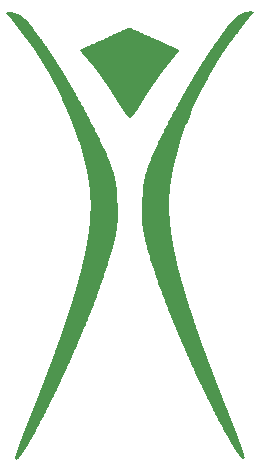
<source format=gbl>
G04*
G04 #@! TF.GenerationSoftware,Altium Limited,Altium Designer,21.8.1 (53)*
G04*
G04 Layer_Physical_Order=2*
G04 Layer_Color=16711680*
%FSLAX25Y25*%
%MOIN*%
G70*
G04*
G04 #@! TF.SameCoordinates,F7B90343-5375-4ADF-B2E4-EC9B57443FC4*
G04*
G04*
G04 #@! TF.FilePolarity,Positive*
G04*
G01*
G75*
G36*
X372562Y218414D02*
X372602Y218413D01*
X372799Y218404D01*
X372851Y218401D01*
X372905Y218397D01*
X372978Y218392D01*
X373105Y218382D01*
X373095Y218383D01*
X373151Y218378D01*
X373158Y218377D01*
X373105Y218382D01*
X373217Y218372D01*
X373304Y218363D01*
X373361Y218355D01*
X373523Y218332D01*
X373607Y218318D01*
X373710Y218301D01*
X373866Y218274D01*
X374028Y218239D01*
X374151Y218213D01*
X374411Y218144D01*
X374465Y218129D01*
X374562Y218100D01*
X374818Y218018D01*
X374875Y217998D01*
X375131Y217897D01*
X375256Y217841D01*
X375276Y217833D01*
X375314Y217815D01*
X375353Y217797D01*
X375392Y217779D01*
X375411Y217770D01*
X375427Y217762D01*
X375460Y217746D01*
X375493Y217730D01*
X375525Y217714D01*
X375555Y217699D01*
X375583Y217685D01*
X375611Y217671D01*
X375639Y217656D01*
X375653Y217649D01*
X375754Y217594D01*
X375847Y217543D01*
X375934Y217493D01*
X375952Y217482D01*
X376076Y217408D01*
X376181Y217342D01*
X376276Y217282D01*
X376364Y217225D01*
X376447Y217170D01*
X376529Y217114D01*
X376605Y217061D01*
X376675Y217011D01*
X376745Y216961D01*
X376810Y216914D01*
X376874Y216866D01*
X376933Y216822D01*
X376992Y216777D01*
X377050Y216732D01*
X377103Y216691D01*
X377156Y216649D01*
X377208Y216607D01*
X377260Y216564D01*
X377308Y216525D01*
X377355Y216486D01*
X377402Y216447D01*
X377448Y216408D01*
X377495Y216368D01*
X377536Y216332D01*
X377578Y216296D01*
X377619Y216260D01*
X377660Y216223D01*
X377701Y216186D01*
X377742Y216150D01*
X377783Y216113D01*
X377818Y216080D01*
X377854Y216047D01*
X377890Y216013D01*
X377926Y215980D01*
X377961Y215947D01*
X377997Y215913D01*
X378032Y215879D01*
X378067Y215845D01*
X378102Y215811D01*
X378133Y215782D01*
X378163Y215752D01*
X378193Y215722D01*
X378224Y215692D01*
X378254Y215662D01*
X378284Y215631D01*
X378314Y215601D01*
X378344Y215571D01*
X378374Y215540D01*
X378404Y215510D01*
X378434Y215479D01*
X378463Y215448D01*
X378493Y215418D01*
X378518Y215391D01*
X378543Y215365D01*
X378569Y215338D01*
X378594Y215311D01*
X378619Y215285D01*
X378644Y215258D01*
X378669Y215231D01*
X378694Y215204D01*
X378719Y215177D01*
X378744Y215150D01*
X378768Y215124D01*
X378793Y215096D01*
X378818Y215069D01*
X378842Y215042D01*
X378867Y215015D01*
X378892Y214988D01*
X378916Y214961D01*
X378937Y214938D01*
X378957Y214915D01*
X378977Y214892D01*
X378997Y214869D01*
X379018Y214846D01*
X379038Y214823D01*
X379058Y214801D01*
X379078Y214777D01*
X379098Y214755D01*
X379118Y214731D01*
X379139Y214708D01*
X379159Y214685D01*
X379179Y214662D01*
X379199Y214639D01*
X379219Y214616D01*
X379239Y214593D01*
X379258Y214569D01*
X379278Y214546D01*
X379298Y214523D01*
X379318Y214499D01*
X379338Y214476D01*
X379354Y214457D01*
X379369Y214439D01*
X379385Y214420D01*
X379401Y214401D01*
X379417Y214383D01*
X379432Y214364D01*
X379448Y214345D01*
X379464Y214326D01*
X379480Y214307D01*
X379495Y214288D01*
X379511Y214270D01*
X379526Y214251D01*
X379542Y214232D01*
X379558Y214213D01*
X379573Y214194D01*
X379589Y214175D01*
X379605Y214156D01*
X379636Y214118D01*
X379651Y214099D01*
X379682Y214061D01*
X379698Y214042D01*
X379713Y214023D01*
X379744Y213985D01*
X379756Y213971D01*
X379779Y213942D01*
X379802Y213914D01*
X379825Y213885D01*
X379848Y213856D01*
X379860Y213842D01*
X379883Y213813D01*
X379906Y213785D01*
X379917Y213770D01*
X379940Y213741D01*
X379952Y213727D01*
X379975Y213698D01*
X379997Y213669D01*
X380020Y213641D01*
X380043Y213612D01*
X380054Y213597D01*
X380077Y213568D01*
X380112Y213525D01*
X380123Y213511D01*
X380142Y213487D01*
X380157Y213467D01*
X380187Y213429D01*
X380225Y213380D01*
X380256Y213342D01*
X380293Y213293D01*
X380331Y213245D01*
X380626Y212864D01*
X380889Y212523D01*
X381150Y212180D01*
X381410Y211837D01*
X381654Y211514D01*
X381896Y211190D01*
X382138Y210864D01*
X382379Y210539D01*
X382618Y210212D01*
X382842Y209906D01*
X383064Y209598D01*
X383286Y209291D01*
X383507Y208982D01*
X383727Y208674D01*
X383932Y208385D01*
X384136Y208095D01*
X384339Y207806D01*
X384541Y207515D01*
X384743Y207225D01*
X384944Y206933D01*
X385130Y206663D01*
X385315Y206391D01*
X385500Y206120D01*
X385685Y205848D01*
X385868Y205575D01*
X386051Y205303D01*
X386220Y205051D01*
X386388Y204798D01*
X386556Y204546D01*
X386723Y204293D01*
X386889Y204039D01*
X387055Y203786D01*
X387221Y203532D01*
X387386Y203278D01*
X387538Y203045D01*
X387688Y202811D01*
X387839Y202577D01*
X387989Y202343D01*
X388139Y202109D01*
X388288Y201875D01*
X388437Y201640D01*
X388585Y201405D01*
X388720Y201191D01*
X388855Y200977D01*
X388989Y200763D01*
X389123Y200549D01*
X389257Y200335D01*
X389390Y200120D01*
X389523Y199905D01*
X389656Y199690D01*
X389789Y199475D01*
X389921Y199260D01*
X390040Y199066D01*
X390159Y198872D01*
X390277Y198678D01*
X390396Y198483D01*
X390514Y198289D01*
X390632Y198094D01*
X390750Y197899D01*
X390867Y197705D01*
X390984Y197510D01*
X391102Y197315D01*
X391219Y197119D01*
X391322Y196946D01*
X391426Y196772D01*
X391530Y196598D01*
X391633Y196424D01*
X391736Y196250D01*
X391839Y196076D01*
X391942Y195902D01*
X392045Y195728D01*
X392148Y195554D01*
X392250Y195379D01*
X392353Y195205D01*
X392455Y195030D01*
X392558Y194855D01*
X392647Y194702D01*
X392736Y194550D01*
X392825Y194396D01*
X392914Y194243D01*
X393003Y194090D01*
X393092Y193937D01*
X393181Y193784D01*
X393269Y193630D01*
X393358Y193477D01*
X393446Y193324D01*
X393535Y193170D01*
X393623Y193016D01*
X393711Y192863D01*
X393799Y192709D01*
X393887Y192555D01*
X393963Y192424D01*
X394038Y192292D01*
X394114Y192160D01*
X394151Y192094D01*
X394395Y191666D01*
X394624Y191261D01*
X394854Y190855D01*
X395082Y190449D01*
X395323Y190020D01*
X395563Y189590D01*
X395802Y189161D01*
X396041Y188730D01*
X396278Y188300D01*
X396528Y187846D01*
X396776Y187392D01*
X397024Y186937D01*
X397270Y186483D01*
X397516Y186027D01*
X397773Y185548D01*
X398029Y185069D01*
X398284Y184589D01*
X398538Y184109D01*
X398803Y183605D01*
X399067Y183101D01*
X399330Y182596D01*
X399592Y182091D01*
X399852Y181585D01*
X400123Y181055D01*
X400393Y180525D01*
X400661Y179994D01*
X400940Y179439D01*
X401217Y178884D01*
X401493Y178327D01*
X401767Y177770D01*
X402051Y177189D01*
X402333Y176607D01*
X402613Y176024D01*
X402903Y175417D01*
X403191Y174809D01*
X403478Y174200D01*
X403773Y173567D01*
X404066Y172933D01*
X404357Y172297D01*
X404656Y171637D01*
X404954Y170976D01*
X405259Y170290D01*
X405562Y169603D01*
X405821Y169009D01*
X405943Y168725D01*
X406063Y168439D01*
X406183Y168144D01*
X406305Y167837D01*
X406423Y167530D01*
X406546Y167202D01*
X406669Y166864D01*
X406791Y166514D01*
X406916Y166143D01*
X407042Y165751D01*
X407170Y165337D01*
X407300Y164891D01*
X407432Y164413D01*
X407432Y164413D01*
X407449Y164347D01*
X407484Y164214D01*
X407518Y164081D01*
X407552Y163948D01*
X407587Y163806D01*
X407624Y163655D01*
X407660Y163503D01*
X407695Y163352D01*
X407732Y163186D01*
X407772Y163005D01*
X407811Y162824D01*
X407848Y162643D01*
X407866Y162553D01*
X407891Y162432D01*
X407937Y162190D01*
X407981Y161949D01*
X408024Y161706D01*
X408044Y161585D01*
X408102Y161235D01*
X408202Y160533D01*
X408284Y159829D01*
X408350Y159124D01*
X408374Y158770D01*
X408376Y158743D01*
X408377Y158724D01*
X408382Y158652D01*
X408392Y158506D01*
X408393Y158488D01*
X408397Y158433D01*
X408406Y158306D01*
X408408Y158270D01*
X408417Y158133D01*
X408423Y158051D01*
X408428Y157969D01*
X408430Y157942D01*
X408432Y157915D01*
X408435Y157860D01*
X408442Y157751D01*
X408450Y157642D01*
X408453Y157588D01*
X408462Y157451D01*
X408465Y157397D01*
X408469Y157342D01*
X408477Y157215D01*
X408484Y157106D01*
X408488Y157033D01*
X408493Y156960D01*
X408497Y156887D01*
X408502Y156815D01*
X408506Y156742D01*
X408510Y156669D01*
X408517Y156560D01*
X408521Y156487D01*
X408526Y156414D01*
X408530Y156333D01*
X408533Y156287D01*
X408538Y156196D01*
X408543Y156105D01*
X408548Y156014D01*
X408551Y155969D01*
X408556Y155878D01*
X408561Y155787D01*
X408563Y155741D01*
X408568Y155650D01*
X408571Y155605D01*
X408575Y155514D01*
X408578Y155468D01*
X408580Y155414D01*
X408583Y155359D01*
X408586Y155305D01*
X408589Y155250D01*
X408591Y155195D01*
X408594Y155141D01*
X408597Y155086D01*
X408599Y155032D01*
X408602Y154977D01*
X408604Y154923D01*
X408607Y154868D01*
X408610Y154813D01*
X408612Y154759D01*
X408614Y154704D01*
X408617Y154650D01*
X408619Y154595D01*
X408622Y154541D01*
X408624Y154477D01*
X408627Y154413D01*
X408630Y154349D01*
X408632Y154286D01*
X408635Y154222D01*
X408638Y154158D01*
X408640Y154095D01*
X408642Y154031D01*
X408645Y153967D01*
X408647Y153904D01*
X408649Y153840D01*
X408652Y153776D01*
X408654Y153712D01*
X408656Y153649D01*
X408659Y153576D01*
X408661Y153503D01*
X408663Y153430D01*
X408665Y153358D01*
X408668Y153285D01*
X408670Y153212D01*
X408672Y153139D01*
X408674Y153066D01*
X408676Y152994D01*
X408677Y152921D01*
X408679Y152848D01*
X408681Y152775D01*
X408683Y152702D01*
X408684Y152620D01*
X408686Y152539D01*
X408688Y152456D01*
X408689Y152375D01*
X408691Y152293D01*
X408692Y152211D01*
X408693Y152129D01*
X408694Y152047D01*
X408695Y151965D01*
X408696Y151883D01*
X408697Y151792D01*
X408698Y151701D01*
X408699Y151610D01*
X408699Y151519D01*
X408700Y151428D01*
X408700Y151337D01*
X408700Y151246D01*
X408700Y151154D01*
X408700Y151064D01*
X408700Y150972D01*
X408700Y150872D01*
X408699Y150772D01*
X408698Y150672D01*
X408698Y150572D01*
X408697Y150471D01*
X408695Y150371D01*
X408694Y150271D01*
X408692Y150171D01*
X408690Y150061D01*
X408688Y149952D01*
X408686Y149843D01*
X408683Y149733D01*
X408682Y149670D01*
X408675Y149433D01*
X408667Y149218D01*
X408658Y149013D01*
X408647Y148808D01*
X408636Y148614D01*
X408623Y148420D01*
X408610Y148236D01*
X408596Y148052D01*
X408582Y147879D01*
X408567Y147706D01*
X408551Y147533D01*
X408534Y147371D01*
X408518Y147208D01*
X408500Y147046D01*
X408483Y146894D01*
X408464Y146742D01*
X408446Y146590D01*
X408427Y146439D01*
X408408Y146297D01*
X408389Y146156D01*
X408369Y146014D01*
X408349Y145873D01*
X408328Y145732D01*
X408308Y145601D01*
X408287Y145470D01*
X408266Y145339D01*
X408245Y145209D01*
X408223Y145078D01*
X408203Y144957D01*
X408182Y144837D01*
X408161Y144717D01*
X408139Y144596D01*
X408117Y144476D01*
X408095Y144356D01*
X408072Y144235D01*
X408051Y144125D01*
X408030Y144015D01*
X408008Y143905D01*
X407986Y143795D01*
X407964Y143685D01*
X407941Y143576D01*
X407918Y143466D01*
X407895Y143356D01*
X407872Y143246D01*
X407850Y143147D01*
X407828Y143047D01*
X407806Y142947D01*
X407784Y142848D01*
X407762Y142748D01*
X407739Y142648D01*
X407716Y142549D01*
X407693Y142449D01*
X407670Y142350D01*
X407649Y142261D01*
X407628Y142171D01*
X407606Y142082D01*
X407585Y141992D01*
X407563Y141903D01*
X407541Y141814D01*
X407519Y141725D01*
X407497Y141635D01*
X407474Y141546D01*
X407452Y141457D01*
X407429Y141368D01*
X407406Y141279D01*
X407386Y141199D01*
X407366Y141120D01*
X407345Y141041D01*
X407324Y140962D01*
X407303Y140883D01*
X407282Y140804D01*
X407261Y140725D01*
X407240Y140645D01*
X407219Y140566D01*
X407197Y140487D01*
X407176Y140408D01*
X407154Y140329D01*
X407132Y140250D01*
X407113Y140181D01*
X407094Y140112D01*
X407075Y140043D01*
X407056Y139974D01*
X407036Y139905D01*
X407017Y139836D01*
X406997Y139767D01*
X406978Y139698D01*
X406958Y139629D01*
X406674Y138646D01*
X406403Y137724D01*
X406128Y136803D01*
X405858Y135914D01*
X405584Y135026D01*
X405315Y134169D01*
X405042Y133314D01*
X404776Y132489D01*
X404506Y131665D01*
X404243Y130872D01*
X403977Y130080D01*
X403718Y129318D01*
X403456Y128557D01*
X403192Y127797D01*
X402935Y127068D01*
X402676Y126339D01*
X402415Y125611D01*
X402161Y124913D01*
X401906Y124216D01*
X401648Y123520D01*
X401399Y122853D01*
X401149Y122187D01*
X400896Y121521D01*
X400641Y120857D01*
X400396Y120222D01*
X400149Y119587D01*
X399900Y118954D01*
X399650Y118320D01*
X399409Y117716D01*
X399167Y117113D01*
X398924Y116510D01*
X398679Y115908D01*
X398445Y115335D01*
X398209Y114762D01*
X397971Y114190D01*
X397733Y113618D01*
X397493Y113047D01*
X397265Y112504D01*
X397035Y111962D01*
X396803Y111421D01*
X396571Y110880D01*
X396424Y110538D01*
X396319Y110294D01*
X396228Y110085D01*
X396123Y109841D01*
X396017Y109598D01*
X395912Y109354D01*
X395806Y109110D01*
X395700Y108866D01*
X395594Y108623D01*
X395488Y108379D01*
X395382Y108136D01*
X395275Y107892D01*
X395169Y107649D01*
X395063Y107405D01*
X394956Y107162D01*
X394849Y106919D01*
X394743Y106675D01*
X394636Y106432D01*
X394514Y106154D01*
X394391Y105877D01*
X394269Y105599D01*
X394146Y105321D01*
X394023Y105043D01*
X393900Y104766D01*
X393777Y104488D01*
X393654Y104211D01*
X393530Y103934D01*
X393407Y103656D01*
X393283Y103379D01*
X393159Y103102D01*
X393035Y102825D01*
X392895Y102514D01*
X392755Y102202D01*
X392615Y101891D01*
X392475Y101579D01*
X392334Y101268D01*
X392194Y100957D01*
X392053Y100646D01*
X391911Y100335D01*
X391770Y100025D01*
X391628Y99714D01*
X391486Y99403D01*
X391329Y99058D01*
X391170Y98714D01*
X391012Y98369D01*
X390853Y98024D01*
X390694Y97680D01*
X390535Y97336D01*
X390375Y96992D01*
X390215Y96648D01*
X390055Y96304D01*
X389895Y95960D01*
X389718Y95582D01*
X389540Y95205D01*
X389363Y94827D01*
X389185Y94450D01*
X389006Y94073D01*
X388827Y93696D01*
X388648Y93319D01*
X388469Y92943D01*
X388288Y92566D01*
X388092Y92156D01*
X387894Y91746D01*
X387697Y91336D01*
X387498Y90926D01*
X387299Y90517D01*
X387100Y90108D01*
X386900Y89699D01*
X386700Y89290D01*
X386482Y88848D01*
X386263Y88406D01*
X386045Y87964D01*
X385825Y87522D01*
X385605Y87081D01*
X385384Y86640D01*
X385162Y86200D01*
X384923Y85726D01*
X384683Y85252D01*
X384442Y84778D01*
X384200Y84306D01*
X383958Y83833D01*
X383714Y83361D01*
X383453Y82855D01*
X383190Y82350D01*
X382927Y81846D01*
X382662Y81342D01*
X382397Y80838D01*
X382130Y80335D01*
X381845Y79799D01*
X381558Y79264D01*
X381270Y78728D01*
X380981Y78194D01*
X380691Y77660D01*
X380382Y77094D01*
X380071Y76528D01*
X379979Y76361D01*
X379948Y76305D01*
X379920Y76254D01*
X379892Y76204D01*
X379864Y76154D01*
X379837Y76104D01*
X379823Y76078D01*
X379809Y76053D01*
X379777Y75997D01*
X379760Y75965D01*
X379725Y75902D01*
X379707Y75871D01*
X379672Y75808D01*
X379655Y75777D01*
X379619Y75714D01*
X379584Y75651D01*
X379549Y75589D01*
X379514Y75526D01*
X379496Y75495D01*
X379478Y75463D01*
X379443Y75401D01*
X379422Y75363D01*
X379400Y75326D01*
X379358Y75251D01*
X379337Y75213D01*
X379315Y75176D01*
X379294Y75138D01*
X379273Y75101D01*
X379251Y75063D01*
X379230Y75026D01*
X379208Y74988D01*
X379187Y74951D01*
X379165Y74914D01*
X379144Y74876D01*
X379122Y74839D01*
X379101Y74801D01*
X379079Y74764D01*
X379054Y74721D01*
X379029Y74677D01*
X379004Y74633D01*
X378978Y74590D01*
X378953Y74546D01*
X378928Y74503D01*
X378902Y74459D01*
X378877Y74416D01*
X378851Y74373D01*
X378826Y74329D01*
X378800Y74286D01*
X378775Y74242D01*
X378749Y74199D01*
X378724Y74156D01*
X378698Y74112D01*
X378669Y74063D01*
X378639Y74014D01*
X378610Y73964D01*
X378580Y73915D01*
X378551Y73865D01*
X378521Y73816D01*
X378492Y73767D01*
X378462Y73717D01*
X378432Y73668D01*
X378403Y73619D01*
X378373Y73570D01*
X378343Y73521D01*
X378309Y73466D01*
X378276Y73410D01*
X378242Y73355D01*
X378208Y73300D01*
X378174Y73245D01*
X378140Y73190D01*
X378106Y73135D01*
X378072Y73080D01*
X378038Y73025D01*
X378003Y72970D01*
X377969Y72915D01*
X377931Y72854D01*
X377892Y72794D01*
X377854Y72733D01*
X377816Y72672D01*
X377777Y72611D01*
X377738Y72551D01*
X377699Y72490D01*
X377661Y72430D01*
X377622Y72369D01*
X377583Y72309D01*
X377539Y72243D01*
X377496Y72177D01*
X377453Y72110D01*
X377409Y72044D01*
X377366Y71978D01*
X377322Y71912D01*
X377278Y71847D01*
X377234Y71781D01*
X377186Y71709D01*
X377138Y71638D01*
X377090Y71566D01*
X377041Y71495D01*
X376992Y71424D01*
X376943Y71352D01*
X376894Y71281D01*
X376841Y71205D01*
X376787Y71128D01*
X376733Y71051D01*
X376680Y70975D01*
X376625Y70899D01*
X376571Y70822D01*
X376512Y70740D01*
X376453Y70659D01*
X376394Y70577D01*
X376335Y70496D01*
X376275Y70414D01*
X376210Y70327D01*
X376167Y70270D01*
X376159Y70258D01*
X376149Y70245D01*
X376135Y70227D01*
X376118Y70204D01*
X376108Y70191D01*
X376095Y70173D01*
X376088Y70164D01*
X376078Y70151D01*
X376067Y70137D01*
X376060Y70128D01*
X376047Y70112D01*
X376039Y70100D01*
X376030Y70089D01*
X376022Y70078D01*
X376008Y70062D01*
X376000Y70051D01*
X375995Y70045D01*
X375982Y70029D01*
X375978Y70023D01*
X375969Y70012D01*
X375964Y70006D01*
X375953Y69993D01*
X375942Y69979D01*
X375932Y69966D01*
X375921Y69953D01*
X375910Y69940D01*
X375900Y69927D01*
X375889Y69914D01*
X375883Y69908D01*
X375878Y69901D01*
X375866Y69887D01*
X375860Y69880D01*
X375847Y69865D01*
X375834Y69850D01*
X375821Y69835D01*
X375815Y69828D01*
X375802Y69813D01*
X375796Y69806D01*
X375782Y69791D01*
X375776Y69784D01*
X375768Y69775D01*
X375761Y69767D01*
X375753Y69758D01*
X375746Y69750D01*
X375738Y69742D01*
X375731Y69734D01*
X375723Y69725D01*
X375716Y69717D01*
X375708Y69709D01*
X375700Y69701D01*
X375693Y69692D01*
X375685Y69684D01*
X375676Y69675D01*
X375668Y69666D01*
X375659Y69657D01*
X375650Y69648D01*
X375641Y69639D01*
X375632Y69630D01*
X375623Y69621D01*
X375615Y69612D01*
X375606Y69603D01*
X375597Y69594D01*
X375587Y69584D01*
X375577Y69574D01*
X375567Y69564D01*
X375557Y69555D01*
X375547Y69545D01*
X375536Y69535D01*
X375526Y69526D01*
X375515Y69515D01*
X375504Y69504D01*
X375492Y69494D01*
X375481Y69484D01*
X375469Y69473D01*
X375458Y69463D01*
X375445Y69452D01*
X375433Y69441D01*
X375420Y69429D01*
X375407Y69419D01*
X375394Y69407D01*
X375380Y69396D01*
X375366Y69384D01*
X375352Y69372D01*
X375337Y69360D01*
X375321Y69348D01*
X375306Y69335D01*
X375289Y69322D01*
X375272Y69309D01*
X375254Y69296D01*
X375236Y69282D01*
X375217Y69268D01*
X375201Y69256D01*
X375196Y69253D01*
X375192Y69250D01*
X375184Y69245D01*
X375181Y69242D01*
X375177Y69240D01*
X375170Y69235D01*
X375166Y69232D01*
X375159Y69227D01*
X375155Y69225D01*
X375152Y69222D01*
X375148Y69220D01*
X375144Y69218D01*
X375137Y69213D01*
X375134Y69211D01*
X375127Y69206D01*
X375123Y69204D01*
X375119Y69202D01*
X375115Y69199D01*
X375110Y69196D01*
X375106Y69193D01*
X375099Y69189D01*
X375094Y69186D01*
X375089Y69183D01*
X375083Y69179D01*
X375078Y69177D01*
X375074Y69174D01*
X375067Y69171D01*
X375065Y69170D01*
X374933Y69190D01*
X374928Y69190D01*
X374885Y69198D01*
X374877Y69200D01*
X374858Y69205D01*
X374855Y69205D01*
X374846Y69208D01*
X374827Y69216D01*
X374765Y69242D01*
X374742Y69252D01*
X374728Y69258D01*
X374722Y69261D01*
X374700Y69273D01*
X374678Y69287D01*
X374672Y69291D01*
X374656Y69304D01*
X374602Y69346D01*
X374567Y69410D01*
X374557Y69432D01*
X374533Y69495D01*
X374503Y69679D01*
X374510Y69928D01*
X374547Y70238D01*
X374549Y70245D01*
X374551Y70256D01*
X374554Y70267D01*
X374555Y70272D01*
X374558Y70283D01*
X374560Y70294D01*
X374563Y70305D01*
X374566Y70316D01*
X374568Y70325D01*
X374571Y70338D01*
X374575Y70351D01*
X374578Y70364D01*
X374582Y70377D01*
X374584Y70386D01*
X374589Y70403D01*
X374591Y70412D01*
X374595Y70425D01*
X374600Y70443D01*
X374605Y70460D01*
X374608Y70473D01*
X374612Y70485D01*
X374616Y70498D01*
X374621Y70515D01*
X374624Y70524D01*
X374629Y70540D01*
X374631Y70549D01*
X374638Y70570D01*
X374642Y70583D01*
X374644Y70590D01*
X374645Y70592D01*
X374648Y70603D01*
X374649Y70605D01*
X374651Y70611D01*
X374656Y70628D01*
X374658Y70635D01*
X374659Y70637D01*
X374665Y70656D01*
X374665Y70657D01*
X374667Y70664D01*
X374668Y70666D01*
X374669Y70670D01*
X374670Y70673D01*
X374671Y70677D01*
X374672Y70678D01*
X374672Y70680D01*
X374723Y70837D01*
X374768Y70980D01*
X374815Y71122D01*
X374861Y71264D01*
X374903Y71393D01*
X374945Y71522D01*
X374988Y71651D01*
X375030Y71780D01*
X375073Y71909D01*
X375116Y72038D01*
X375159Y72166D01*
X375202Y72295D01*
X375246Y72424D01*
X375285Y72540D01*
X375324Y72655D01*
X375364Y72771D01*
X375403Y72887D01*
X375443Y73002D01*
X375483Y73118D01*
X375523Y73233D01*
X375563Y73348D01*
X375603Y73464D01*
X375643Y73579D01*
X375683Y73694D01*
X375719Y73797D01*
X375755Y73899D01*
X375791Y74002D01*
X375828Y74104D01*
X375864Y74207D01*
X375900Y74309D01*
X375937Y74411D01*
X375973Y74513D01*
X376010Y74616D01*
X376046Y74718D01*
X376083Y74820D01*
X376120Y74922D01*
X376152Y75011D01*
X376185Y75101D01*
X376217Y75190D01*
X376249Y75279D01*
X376282Y75369D01*
X376314Y75458D01*
X376347Y75547D01*
X376380Y75636D01*
X376413Y75726D01*
X376445Y75815D01*
X376478Y75904D01*
X376511Y75993D01*
X376544Y76082D01*
X376577Y76171D01*
X376605Y76248D01*
X376633Y76324D01*
X376662Y76400D01*
X376690Y76477D01*
X376719Y76553D01*
X376747Y76629D01*
X376776Y76705D01*
X376804Y76782D01*
X376833Y76858D01*
X376861Y76934D01*
X376890Y77011D01*
X376919Y77087D01*
X376947Y77163D01*
X376976Y77239D01*
X377005Y77315D01*
X377034Y77391D01*
X377058Y77455D01*
X377082Y77518D01*
X377106Y77582D01*
X377130Y77645D01*
X377154Y77709D01*
X377178Y77772D01*
X377202Y77836D01*
X377251Y77962D01*
X377275Y78026D01*
X377299Y78089D01*
X377323Y78153D01*
X377347Y78216D01*
X377396Y78343D01*
X377420Y78406D01*
X377445Y78470D01*
X377469Y78533D01*
X377493Y78596D01*
X377537Y78710D01*
X377576Y78812D01*
X377615Y78913D01*
X377635Y78963D01*
X377674Y79065D01*
X377694Y79115D01*
X377733Y79217D01*
X377772Y79318D01*
X377812Y79419D01*
X377831Y79470D01*
X377871Y79571D01*
X377910Y79672D01*
X377969Y79824D01*
X378009Y79925D01*
X378023Y79963D01*
X378053Y80039D01*
X378098Y80152D01*
X378142Y80266D01*
X378172Y80342D01*
X378216Y80456D01*
X378246Y80532D01*
X378291Y80645D01*
X378335Y80759D01*
X378380Y80873D01*
X378440Y81024D01*
X378499Y81176D01*
X378529Y81252D01*
X378539Y81277D01*
X378599Y81428D01*
X378649Y81555D01*
X378689Y81656D01*
X378739Y81782D01*
X378749Y81807D01*
X378759Y81832D01*
X378769Y81858D01*
X378779Y81883D01*
X378838Y82034D01*
X378878Y82135D01*
X378899Y82186D01*
X378908Y82211D01*
X378948Y82312D01*
X378989Y82413D01*
X379004Y82451D01*
X379018Y82489D01*
X379039Y82539D01*
X379048Y82564D01*
X379054Y82577D01*
X379104Y82703D01*
X379109Y82716D01*
X379114Y82728D01*
X379124Y82754D01*
X379139Y82792D01*
X379144Y82804D01*
X379154Y82829D01*
X379159Y82842D01*
X379169Y82867D01*
X379199Y82943D01*
X379204Y82955D01*
X379249Y83069D01*
X379349Y83321D01*
X379422Y83505D01*
X379523Y83761D01*
X379625Y84016D01*
X379675Y84144D01*
X379777Y84399D01*
X379802Y84463D01*
X379827Y84526D01*
X379878Y84654D01*
X379928Y84782D01*
X380030Y85037D01*
X380106Y85229D01*
X380182Y85420D01*
X380295Y85707D01*
X380371Y85899D01*
X380447Y86090D01*
X380523Y86282D01*
X380598Y86474D01*
X380674Y86665D01*
X380750Y86857D01*
X380825Y87048D01*
X380939Y87336D01*
X381014Y87527D01*
X381090Y87719D01*
X381166Y87910D01*
X381241Y88102D01*
X381279Y88198D01*
X381367Y88421D01*
X381417Y88549D01*
X381468Y88677D01*
X381518Y88805D01*
X381618Y89060D01*
X381668Y89188D01*
X381769Y89444D01*
X381869Y89699D01*
X381920Y89827D01*
X381970Y89955D01*
X382020Y90083D01*
X382070Y90211D01*
X382120Y90339D01*
X382170Y90466D01*
X382270Y90722D01*
X382320Y90850D01*
X382420Y91106D01*
X382470Y91234D01*
X382520Y91362D01*
X382633Y91649D01*
X382695Y91809D01*
X382757Y91969D01*
X382820Y92129D01*
X382882Y92289D01*
X382944Y92449D01*
X383007Y92609D01*
X383069Y92769D01*
X383131Y92929D01*
X383193Y93089D01*
X383255Y93249D01*
X383317Y93409D01*
X383379Y93569D01*
X383441Y93729D01*
X383504Y93889D01*
X383565Y94049D01*
X383627Y94209D01*
X383689Y94369D01*
X383751Y94529D01*
X383813Y94689D01*
X383887Y94881D01*
X383961Y95073D01*
X384035Y95266D01*
X384109Y95458D01*
X384184Y95650D01*
X384257Y95842D01*
X384331Y96034D01*
X384405Y96227D01*
X384479Y96419D01*
X384553Y96611D01*
X384626Y96804D01*
X384700Y96996D01*
X384773Y97188D01*
X384847Y97381D01*
X384920Y97573D01*
X384994Y97766D01*
X385067Y97958D01*
X385153Y98183D01*
X385238Y98407D01*
X385323Y98632D01*
X385409Y98856D01*
X385494Y99081D01*
X385579Y99306D01*
X385664Y99531D01*
X385749Y99755D01*
X385834Y99980D01*
X385918Y100205D01*
X386003Y100430D01*
X386087Y100655D01*
X386172Y100880D01*
X386256Y101105D01*
X386353Y101362D01*
X386449Y101619D01*
X386545Y101876D01*
X386641Y102133D01*
X386737Y102391D01*
X386832Y102648D01*
X386928Y102905D01*
X387024Y103163D01*
X387119Y103420D01*
X387214Y103678D01*
X387309Y103936D01*
X387404Y104193D01*
X387499Y104451D01*
X387605Y104741D01*
X387712Y105031D01*
X387818Y105321D01*
X387924Y105611D01*
X388030Y105902D01*
X388135Y106192D01*
X388241Y106482D01*
X388346Y106773D01*
X388451Y107063D01*
X388556Y107354D01*
X388660Y107644D01*
X388776Y107968D01*
X388892Y108291D01*
X389008Y108614D01*
X389123Y108937D01*
X389238Y109261D01*
X389353Y109584D01*
X389467Y109908D01*
X389582Y110231D01*
X389696Y110555D01*
X389809Y110879D01*
X389934Y111236D01*
X390059Y111592D01*
X390183Y111949D01*
X390307Y112306D01*
X390430Y112662D01*
X390553Y113020D01*
X390676Y113377D01*
X390799Y113734D01*
X390932Y114124D01*
X391065Y114514D01*
X391197Y114904D01*
X391329Y115295D01*
X391417Y115555D01*
X391470Y115713D01*
X391515Y115848D01*
X391561Y115983D01*
X391606Y116119D01*
X391651Y116254D01*
X391697Y116390D01*
X391742Y116525D01*
X391787Y116660D01*
X391832Y116796D01*
X391877Y116931D01*
X391922Y117067D01*
X391967Y117202D01*
X392012Y117338D01*
X392064Y117496D01*
X392116Y117654D01*
X392168Y117812D01*
X392220Y117970D01*
X392272Y118128D01*
X392324Y118287D01*
X392376Y118445D01*
X392427Y118603D01*
X392479Y118761D01*
X392530Y118920D01*
X392582Y119078D01*
X392633Y119236D01*
X392684Y119395D01*
X392735Y119553D01*
X392794Y119734D01*
X392852Y119915D01*
X392910Y120096D01*
X392968Y120278D01*
X393026Y120459D01*
X393083Y120640D01*
X393141Y120821D01*
X393198Y121003D01*
X393256Y121184D01*
X393313Y121365D01*
X393370Y121547D01*
X393427Y121728D01*
X393483Y121910D01*
X393547Y122114D01*
X393611Y122318D01*
X393674Y122523D01*
X393737Y122727D01*
X393800Y122932D01*
X393863Y123136D01*
X393925Y123341D01*
X393988Y123545D01*
X394050Y123750D01*
X394112Y123955D01*
X394174Y124160D01*
X394242Y124387D01*
X394311Y124615D01*
X394379Y124843D01*
X394446Y125070D01*
X394514Y125298D01*
X394581Y125526D01*
X394648Y125754D01*
X394715Y125982D01*
X394781Y126210D01*
X394847Y126439D01*
X394920Y126690D01*
X394992Y126941D01*
X395064Y127192D01*
X395135Y127444D01*
X395206Y127696D01*
X395277Y127947D01*
X395347Y128199D01*
X395418Y128451D01*
X395487Y128703D01*
X395563Y128978D01*
X395638Y129253D01*
X395713Y129528D01*
X395787Y129803D01*
X395861Y130079D01*
X395935Y130354D01*
X396008Y130630D01*
X396080Y130906D01*
X396158Y131205D01*
X396236Y131504D01*
X396313Y131803D01*
X396389Y132102D01*
X396465Y132402D01*
X396540Y132702D01*
X396621Y133025D01*
X396701Y133348D01*
X396779Y133671D01*
X396858Y133995D01*
X396936Y134318D01*
X397012Y134642D01*
X397094Y134990D01*
X397175Y135337D01*
X397255Y135685D01*
X397334Y136033D01*
X397412Y136381D01*
X397490Y136729D01*
X397571Y137101D01*
X397652Y137474D01*
X397731Y137846D01*
X397810Y138219D01*
X397854Y138429D01*
X397905Y138680D01*
X397955Y138922D01*
X398005Y139174D01*
X398055Y139426D01*
X398105Y139678D01*
X398155Y139940D01*
X398205Y140202D01*
X398255Y140464D01*
X398303Y140727D01*
X398353Y141000D01*
X398402Y141273D01*
X398450Y141546D01*
X398499Y141829D01*
X398547Y142113D01*
X398594Y142396D01*
X398642Y142690D01*
X398689Y142984D01*
X398735Y143278D01*
X398781Y143583D01*
X398827Y143887D01*
X398873Y144202D01*
X398917Y144518D01*
X398961Y144833D01*
X399004Y145159D01*
X399047Y145485D01*
X399089Y145821D01*
X399130Y146158D01*
X399170Y146504D01*
X399210Y146852D01*
X399248Y147209D01*
X399286Y147578D01*
X399323Y147946D01*
X399358Y148325D01*
X399381Y148581D01*
X399399Y148790D01*
X399416Y148989D01*
X399432Y149188D01*
X399447Y149386D01*
X399462Y149585D01*
X399477Y149794D01*
X399491Y150003D01*
X399505Y150212D01*
X399518Y150420D01*
X399531Y150639D01*
X399543Y150858D01*
X399555Y151077D01*
X399566Y151295D01*
X399576Y151524D01*
X399586Y151753D01*
X399594Y151981D01*
X399602Y152210D01*
X399609Y152449D01*
X399616Y152687D01*
X399621Y152926D01*
X399626Y153175D01*
X399629Y153423D01*
X399632Y153672D01*
X399633Y153930D01*
X399634Y154189D01*
X399633Y154447D01*
X399630Y154716D01*
X399627Y154984D01*
X399622Y155262D01*
X399615Y155541D01*
X399607Y155829D01*
X399597Y156117D01*
X399585Y156415D01*
X399572Y156713D01*
X399556Y157021D01*
X399538Y157339D01*
X399517Y157657D01*
X399494Y157985D01*
X399468Y158323D01*
X399451Y158522D01*
X399425Y158819D01*
X399398Y159106D01*
X399371Y159381D01*
X399342Y159657D01*
X399314Y159920D01*
X399284Y160184D01*
X399254Y160437D01*
X399222Y160689D01*
X399190Y160941D01*
X399158Y161182D01*
X399125Y161423D01*
X399091Y161663D01*
X399057Y161893D01*
X399023Y162122D01*
X398988Y162352D01*
X398952Y162581D01*
X398916Y162799D01*
X398880Y163017D01*
X398844Y163235D01*
X398808Y163442D01*
X398772Y163648D01*
X398735Y163855D01*
X398697Y164061D01*
X398659Y164268D01*
X398622Y164463D01*
X398584Y164658D01*
X398546Y164854D01*
X398507Y165049D01*
X398468Y165244D01*
X398431Y165428D01*
X398393Y165612D01*
X398354Y165796D01*
X398315Y165979D01*
X398275Y166163D01*
X398238Y166336D01*
X398200Y166509D01*
X398161Y166681D01*
X398123Y166854D01*
X398083Y167026D01*
X398044Y167199D01*
X398006Y167361D01*
X397968Y167522D01*
X397930Y167684D01*
X397891Y167845D01*
X397852Y168007D01*
X397813Y168168D01*
X397774Y168329D01*
X397736Y168479D01*
X397699Y168630D01*
X397661Y168780D01*
X397623Y168930D01*
X397585Y169081D01*
X397546Y169231D01*
X397507Y169381D01*
X397505Y169392D01*
X397093Y170928D01*
X396699Y172317D01*
X396321Y173588D01*
X395954Y174771D01*
X395592Y175894D01*
X395236Y176958D01*
X394889Y177963D01*
X394543Y178938D01*
X394197Y179882D01*
X393854Y180796D01*
X393513Y181681D01*
X393176Y182536D01*
X392844Y183361D01*
X392516Y184158D01*
X392193Y184926D01*
X391866Y185691D01*
X391544Y186429D01*
X391218Y187164D01*
X390899Y187871D01*
X390576Y188577D01*
X390260Y189255D01*
X389940Y189931D01*
X389629Y190580D01*
X389315Y191227D01*
X388997Y191873D01*
X388688Y192491D01*
X388375Y193108D01*
X388060Y193724D01*
X387755Y194313D01*
X387447Y194901D01*
X387136Y195488D01*
X386836Y196048D01*
X386746Y196215D01*
X386665Y196364D01*
X386583Y196514D01*
X386502Y196664D01*
X386420Y196813D01*
X386339Y196962D01*
X386248Y197128D01*
X386156Y197294D01*
X386065Y197459D01*
X385973Y197625D01*
X385881Y197790D01*
X385789Y197955D01*
X385697Y198120D01*
X385604Y198285D01*
X385511Y198450D01*
X385418Y198614D01*
X385325Y198779D01*
X385222Y198959D01*
X385119Y199140D01*
X385015Y199320D01*
X384911Y199500D01*
X384807Y199680D01*
X384703Y199860D01*
X384598Y200039D01*
X384493Y200218D01*
X384388Y200397D01*
X384282Y200576D01*
X384166Y200771D01*
X384050Y200966D01*
X383934Y201160D01*
X383817Y201354D01*
X383700Y201548D01*
X383582Y201742D01*
X383464Y201935D01*
X383345Y202128D01*
X383217Y202337D01*
X383087Y202546D01*
X382957Y202754D01*
X382827Y202962D01*
X382696Y203169D01*
X382565Y203376D01*
X382433Y203583D01*
X382301Y203790D01*
X382158Y204012D01*
X382014Y204233D01*
X381870Y204454D01*
X381725Y204675D01*
X381579Y204895D01*
X381433Y205115D01*
X381275Y205350D01*
X381117Y205585D01*
X380958Y205819D01*
X380798Y206052D01*
X380638Y206285D01*
X380477Y206518D01*
X380304Y206765D01*
X380130Y207012D01*
X379956Y207258D01*
X379780Y207503D01*
X379603Y207748D01*
X379415Y208008D01*
X379225Y208266D01*
X379034Y208524D01*
X378843Y208781D01*
X378639Y209053D01*
X378433Y209323D01*
X378226Y209593D01*
X378007Y209877D01*
X377785Y210159D01*
X377563Y210441D01*
X377327Y210736D01*
X377090Y211031D01*
X376851Y211324D01*
X376598Y211630D01*
X376464Y211790D01*
X376437Y211823D01*
X376416Y211849D01*
X376394Y211875D01*
X376373Y211901D01*
X376351Y211927D01*
X376330Y211953D01*
X376314Y211973D01*
X376298Y211992D01*
X376282Y212012D01*
X376266Y212032D01*
X376250Y212051D01*
X376234Y212071D01*
X376218Y212091D01*
X376202Y212110D01*
X376186Y212130D01*
X376170Y212150D01*
X376154Y212170D01*
X376138Y212190D01*
X376122Y212210D01*
X376107Y212229D01*
X376091Y212249D01*
X376075Y212269D01*
X376059Y212289D01*
X376044Y212309D01*
X376028Y212329D01*
X376012Y212349D01*
X375996Y212369D01*
X375981Y212389D01*
X375965Y212409D01*
X375934Y212449D01*
X375918Y212469D01*
X375903Y212489D01*
X375887Y212509D01*
X375871Y212529D01*
X375856Y212549D01*
X375840Y212569D01*
X375825Y212589D01*
X375809Y212609D01*
X375794Y212629D01*
X375773Y212656D01*
X375752Y212683D01*
X375732Y212710D01*
X375711Y212737D01*
X375701Y212750D01*
X375670Y212791D01*
X375660Y212804D01*
X375639Y212831D01*
X375619Y212858D01*
X375599Y212885D01*
X375568Y212926D01*
X375558Y212939D01*
X375527Y212980D01*
X375507Y213007D01*
X375486Y213034D01*
X375456Y213074D01*
X375435Y213102D01*
X375415Y213129D01*
X375385Y213170D01*
X375344Y213224D01*
X375314Y213265D01*
X375284Y213306D01*
X375268Y213326D01*
X375263Y213333D01*
X375238Y213367D01*
X375208Y213408D01*
X375167Y213462D01*
X375147Y213490D01*
X375142Y213496D01*
X375127Y213517D01*
X375117Y213531D01*
X375112Y213538D01*
X375082Y213579D01*
X375052Y213619D01*
X375047Y213626D01*
X375042Y213633D01*
X375022Y213661D01*
X375016Y213667D01*
X375011Y213674D01*
X375002Y213688D01*
X374966Y213736D01*
X374946Y213763D01*
X374941Y213770D01*
X374866Y213873D01*
X374861Y213879D01*
X374831Y213920D01*
X374821Y213934D01*
X374791Y213975D01*
X374786Y213982D01*
X374740Y214044D01*
X374735Y214051D01*
X374690Y214112D01*
X374640Y214181D01*
X374635Y214188D01*
X374615Y214215D01*
X374610Y214222D01*
X374605Y214229D01*
X374600Y214235D01*
X374565Y214283D01*
X374509Y214359D01*
X374504Y214366D01*
X374494Y214379D01*
X374464Y214420D01*
X374414Y214489D01*
X374409Y214495D01*
X374398Y214509D01*
X374373Y214543D01*
X374343Y214584D01*
X374338Y214591D01*
X374328Y214605D01*
X374323Y214612D01*
X374318Y214618D01*
X374307Y214632D01*
X374303Y214639D01*
X374282Y214666D01*
X374247Y214714D01*
X374226Y214741D01*
X374216Y214755D01*
X374206Y214768D01*
X374196Y214782D01*
X374155Y214836D01*
X374115Y214891D01*
X374084Y214932D01*
X374074Y214945D01*
X374054Y214972D01*
X374023Y215013D01*
X374002Y215040D01*
X373982Y215067D01*
X373961Y215094D01*
X373941Y215121D01*
X373920Y215148D01*
X373900Y215176D01*
X373889Y215189D01*
X373869Y215216D01*
X373859Y215230D01*
X373828Y215270D01*
X373817Y215283D01*
X373807Y215297D01*
X373776Y215337D01*
X373766Y215351D01*
X373734Y215391D01*
X373719Y215411D01*
X373703Y215432D01*
X373688Y215452D01*
X373672Y215472D01*
X373656Y215492D01*
X373641Y215512D01*
X373625Y215532D01*
X373609Y215552D01*
X373594Y215572D01*
X373578Y215592D01*
X373562Y215612D01*
X373546Y215632D01*
X373531Y215652D01*
X373515Y215672D01*
X373499Y215692D01*
X373483Y215712D01*
X373467Y215732D01*
X373451Y215752D01*
X373436Y215772D01*
X373420Y215792D01*
X373388Y215832D01*
X373372Y215852D01*
X373356Y215872D01*
X373340Y215891D01*
X373324Y215911D01*
X373308Y215931D01*
X373292Y215951D01*
X373276Y215971D01*
X373260Y215990D01*
X373243Y216010D01*
X373222Y216036D01*
X373200Y216063D01*
X373179Y216089D01*
X373157Y216115D01*
X373135Y216141D01*
X373114Y216167D01*
X373092Y216194D01*
X373070Y216219D01*
X373048Y216246D01*
X373026Y216272D01*
X373004Y216298D01*
X372982Y216323D01*
X372960Y216349D01*
X372938Y216375D01*
X372916Y216401D01*
X372894Y216427D01*
X372872Y216453D01*
X372850Y216478D01*
X372827Y216504D01*
X372805Y216530D01*
X372782Y216555D01*
X372760Y216581D01*
X372738Y216606D01*
X372709Y216638D01*
X372681Y216670D01*
X372653Y216702D01*
X372624Y216734D01*
X372596Y216765D01*
X372567Y216797D01*
X372539Y216828D01*
X372510Y216860D01*
X372481Y216891D01*
X372452Y216922D01*
X372423Y216953D01*
X372394Y216985D01*
X372365Y217016D01*
X372336Y217047D01*
X372306Y217077D01*
X372277Y217108D01*
X372241Y217145D01*
X372206Y217182D01*
X372170Y217219D01*
X372134Y217255D01*
X372098Y217292D01*
X372062Y217328D01*
X372026Y217365D01*
X371989Y217401D01*
X371953Y217437D01*
X371916Y217473D01*
X371873Y217514D01*
X371830Y217556D01*
X371786Y217597D01*
X371742Y217638D01*
X371698Y217680D01*
X371654Y217720D01*
X371610Y217761D01*
X371559Y217807D01*
X371508Y217853D01*
X371500Y217996D01*
X371509Y218094D01*
X371530Y218169D01*
X371570Y218242D01*
X371614Y218304D01*
X371673Y218374D01*
X371700Y218377D01*
X371757Y218382D01*
X371814Y218387D01*
X371872Y218391D01*
X371929Y218395D01*
X371986Y218399D01*
X372048Y218403D01*
X372110Y218406D01*
X372172Y218408D01*
X372234Y218410D01*
X372295Y218412D01*
X372362Y218413D01*
X372429Y218414D01*
X372495Y218414D01*
X372562Y218414D01*
D02*
G37*
G36*
X412981Y213156D02*
X413094Y213105D01*
X413318Y213003D01*
X413766Y212800D01*
X414214Y212597D01*
X414501Y212466D01*
X414981Y212249D01*
X415461Y212031D01*
X416164Y211712D01*
X416564Y211531D01*
X416644Y211495D01*
X416804Y211422D01*
X416884Y211386D01*
X417284Y211205D01*
X417364Y211169D01*
X417892Y210929D01*
X417956Y210900D01*
X418148Y210813D01*
X418339Y210727D01*
X418595Y210611D01*
X418723Y210553D01*
X418915Y210466D01*
X419075Y210393D01*
X419171Y210350D01*
X419219Y210328D01*
X419315Y210285D01*
X419459Y210219D01*
X419555Y210176D01*
X420131Y209915D01*
X420227Y209872D01*
X420371Y209806D01*
X420467Y209763D01*
X420514Y209741D01*
X420962Y209538D01*
X421026Y209509D01*
X421346Y209365D01*
X421378Y209350D01*
X421474Y209307D01*
X421538Y209278D01*
X421634Y209234D01*
X421666Y209220D01*
X421762Y209176D01*
X421794Y209162D01*
X421922Y209104D01*
X421954Y209089D01*
X422018Y209060D01*
X422050Y209046D01*
X422146Y209002D01*
X422178Y208988D01*
X422194Y208981D01*
X422226Y208966D01*
X422242Y208959D01*
X422258Y208952D01*
X422274Y208944D01*
X422306Y208930D01*
X422322Y208923D01*
X422338Y208915D01*
X422370Y208901D01*
X422402Y208886D01*
X422450Y208865D01*
X422578Y208807D01*
X422594Y208800D01*
X422610Y208792D01*
X422642Y208778D01*
X422658Y208770D01*
X422770Y208720D01*
X422850Y208684D01*
X422866Y208676D01*
X422898Y208662D01*
X422914Y208655D01*
X422930Y208647D01*
X422962Y208633D01*
X423090Y208575D01*
X423106Y208568D01*
X423138Y208553D01*
X423153Y208546D01*
X423185Y208531D01*
X423234Y208510D01*
X423361Y208452D01*
X423378Y208445D01*
X423409Y208430D01*
X423425Y208423D01*
X423441Y208416D01*
X423473Y208401D01*
X423601Y208343D01*
X423617Y208336D01*
X423633Y208329D01*
X423665Y208314D01*
X423793Y208256D01*
X423809Y208249D01*
X423841Y208235D01*
X423857Y208227D01*
X423873Y208220D01*
X423905Y208206D01*
X423985Y208169D01*
X424001Y208162D01*
X424033Y208148D01*
X424049Y208140D01*
X424065Y208133D01*
X424097Y208119D01*
X424225Y208061D01*
X424241Y208053D01*
X424273Y208039D01*
X424289Y208032D01*
X424305Y208025D01*
X424321Y208017D01*
X424337Y208010D01*
X424369Y207996D01*
X424497Y207938D01*
X424513Y207930D01*
X424545Y207916D01*
X424561Y207909D01*
X424577Y207901D01*
X424609Y207887D01*
X424737Y207829D01*
X424753Y207822D01*
X424817Y207793D01*
X424833Y207785D01*
X424849Y207778D01*
X424881Y207764D01*
X425009Y207706D01*
X425025Y207698D01*
X425057Y207684D01*
X425073Y207677D01*
X425089Y207669D01*
X425105Y207662D01*
X425137Y207648D01*
X425153Y207641D01*
X425169Y207633D01*
X425201Y207619D01*
X425217Y207612D01*
X425329Y207561D01*
X425409Y207525D01*
X425505Y207481D01*
X425537Y207467D01*
X425633Y207423D01*
X425665Y207409D01*
X425729Y207380D01*
X425793Y207351D01*
X425888Y207307D01*
X425920Y207293D01*
X426017Y207249D01*
X426080Y207220D01*
X426144Y207191D01*
X426208Y207162D01*
X426368Y207090D01*
X426400Y207076D01*
X426560Y207003D01*
X426592Y206989D01*
X427072Y206771D01*
X427216Y206706D01*
X427312Y206663D01*
X427552Y206554D01*
X427600Y206532D01*
X427744Y206467D01*
X427840Y206423D01*
X427984Y206358D01*
X428032Y206337D01*
X428080Y206315D01*
X428176Y206271D01*
X428320Y206206D01*
X428464Y206141D01*
X428511Y206119D01*
X428863Y205960D01*
X428877Y205950D01*
X428909Y205924D01*
X428927Y205910D01*
X428936Y205901D01*
X428941Y205896D01*
X428951Y205885D01*
X428963Y205870D01*
X428980Y205845D01*
X428985Y205839D01*
X428985Y205837D01*
X429005Y205796D01*
X429018Y205755D01*
X429047Y205636D01*
X429058Y205589D01*
X429064Y205545D01*
X429065Y205536D01*
X429066Y205505D01*
X429066Y205500D01*
X429066Y205497D01*
X429065Y205481D01*
X429060Y205445D01*
X429057Y205430D01*
X429051Y205408D01*
X429047Y205396D01*
X429021Y205337D01*
X429020Y205336D01*
X429018Y205334D01*
X429012Y205324D01*
X429008Y205319D01*
X429006Y205317D01*
X429003Y205313D01*
X429001Y205310D01*
X428998Y205306D01*
X428989Y205295D01*
X428981Y205285D01*
X428975Y205277D01*
X428968Y205268D01*
X428958Y205256D01*
X428947Y205242D01*
X428907Y205193D01*
X428855Y205129D01*
X428804Y205065D01*
X428735Y204981D01*
X428689Y204924D01*
X428677Y204910D01*
X428620Y204839D01*
X428608Y204825D01*
X428597Y204811D01*
X428539Y204741D01*
X428447Y204627D01*
X428401Y204571D01*
X428367Y204529D01*
X428355Y204515D01*
X428332Y204486D01*
X428298Y204444D01*
X428240Y204374D01*
X428229Y204359D01*
X428194Y204317D01*
X428137Y204247D01*
X428131Y204240D01*
X428114Y204218D01*
X428096Y204197D01*
X428067Y204162D01*
X428056Y204148D01*
X428033Y204120D01*
X428027Y204113D01*
X427998Y204077D01*
X427993Y204070D01*
X427941Y204007D01*
X427935Y204000D01*
X427912Y203972D01*
X427906Y203964D01*
X427860Y203908D01*
X427854Y203901D01*
X427820Y203859D01*
X427814Y203852D01*
X427785Y203816D01*
X427779Y203809D01*
X427757Y203781D01*
X427751Y203774D01*
X427728Y203746D01*
X427722Y203739D01*
X427705Y203718D01*
X427699Y203711D01*
X427676Y203682D01*
X427670Y203675D01*
X427653Y203654D01*
X427647Y203647D01*
X427630Y203626D01*
X427601Y203591D01*
X427584Y203570D01*
X427578Y203563D01*
X427561Y203541D01*
X427555Y203534D01*
X427537Y203513D01*
X427526Y203499D01*
X427509Y203478D01*
X427503Y203471D01*
X427486Y203450D01*
X427480Y203443D01*
X427457Y203415D01*
X427451Y203408D01*
X427434Y203386D01*
X427428Y203379D01*
X427405Y203351D01*
X427399Y203344D01*
X427370Y203309D01*
X427365Y203302D01*
X427336Y203267D01*
X427330Y203259D01*
X427290Y203210D01*
X427284Y203203D01*
X427272Y203189D01*
X427203Y203104D01*
X427198Y203097D01*
X427163Y203055D01*
X427157Y203048D01*
X427105Y202984D01*
X427077Y202949D01*
X427059Y202928D01*
X427036Y202900D01*
X427031Y202893D01*
X427019Y202879D01*
X426961Y202808D01*
X426915Y202752D01*
X426904Y202738D01*
X426881Y202709D01*
X426835Y202653D01*
X426800Y202611D01*
X426789Y202596D01*
X426777Y202582D01*
X426766Y202568D01*
X426754Y202554D01*
X426731Y202526D01*
X426697Y202484D01*
X426674Y202455D01*
X426662Y202441D01*
X426605Y202371D01*
X426559Y202314D01*
X426490Y202229D01*
X426433Y202159D01*
X426346Y202053D01*
X426329Y202031D01*
X426312Y202010D01*
X426277Y201968D01*
X426243Y201925D01*
X426192Y201862D01*
X426106Y201756D01*
X426037Y201671D01*
X425968Y201586D01*
X425900Y201501D01*
X425865Y201458D01*
X425825Y201409D01*
X425779Y201352D01*
X425734Y201295D01*
X425688Y201238D01*
X425665Y201210D01*
X425597Y201125D01*
X425574Y201097D01*
X425528Y201040D01*
X425483Y200983D01*
X425460Y200955D01*
X425415Y200898D01*
X425369Y200841D01*
X425324Y200784D01*
X425278Y200727D01*
X425250Y200691D01*
X425221Y200656D01*
X425193Y200620D01*
X425136Y200549D01*
X425080Y200478D01*
X425023Y200406D01*
X424995Y200371D01*
X424967Y200335D01*
X424910Y200264D01*
X424882Y200228D01*
X424825Y200157D01*
X424797Y200121D01*
X424741Y200049D01*
X424679Y199971D01*
X424645Y199928D01*
X424611Y199885D01*
X424578Y199842D01*
X424544Y199799D01*
X424510Y199756D01*
X424476Y199713D01*
X424443Y199670D01*
X424409Y199627D01*
X424376Y199584D01*
X424342Y199541D01*
X424308Y199497D01*
X424275Y199454D01*
X424241Y199411D01*
X424208Y199368D01*
X424174Y199325D01*
X424141Y199282D01*
X424102Y199231D01*
X424063Y199181D01*
X424024Y199130D01*
X423985Y199080D01*
X423946Y199030D01*
X423907Y198979D01*
X423869Y198928D01*
X423830Y198878D01*
X423791Y198827D01*
X423752Y198777D01*
X423714Y198726D01*
X423675Y198675D01*
X423636Y198625D01*
X423598Y198574D01*
X423554Y198516D01*
X423510Y198458D01*
X423466Y198400D01*
X423422Y198341D01*
X423378Y198283D01*
X423334Y198225D01*
X423290Y198167D01*
X423263Y198130D01*
X423129Y197951D01*
X423004Y197782D01*
X422886Y197624D01*
X422769Y197465D01*
X422653Y197306D01*
X422536Y197146D01*
X422420Y196987D01*
X422305Y196827D01*
X422197Y196678D01*
X422090Y196528D01*
X421983Y196379D01*
X421876Y196229D01*
X421770Y196079D01*
X421664Y195928D01*
X421565Y195788D01*
X421467Y195649D01*
X421369Y195509D01*
X421272Y195368D01*
X421174Y195228D01*
X421077Y195088D01*
X420980Y194947D01*
X420891Y194817D01*
X420802Y194687D01*
X420713Y194556D01*
X420625Y194426D01*
X420536Y194296D01*
X420448Y194165D01*
X420360Y194034D01*
X420272Y193904D01*
X420191Y193784D01*
X420111Y193664D01*
X420031Y193543D01*
X419951Y193423D01*
X419871Y193303D01*
X419791Y193182D01*
X419711Y193061D01*
X419632Y192941D01*
X419560Y192831D01*
X419488Y192721D01*
X419416Y192611D01*
X419344Y192501D01*
X419272Y192391D01*
X419201Y192281D01*
X419129Y192171D01*
X419058Y192060D01*
X418987Y191950D01*
X418916Y191840D01*
X418852Y191740D01*
X418788Y191641D01*
X418724Y191541D01*
X418660Y191442D01*
X418596Y191342D01*
X418533Y191242D01*
X418469Y191142D01*
X418406Y191043D01*
X418343Y190943D01*
X418279Y190843D01*
X418216Y190743D01*
X418160Y190654D01*
X418104Y190565D01*
X418048Y190476D01*
X417992Y190387D01*
X417936Y190298D01*
X417880Y190209D01*
X417825Y190120D01*
X417769Y190031D01*
X417713Y189942D01*
X417658Y189852D01*
X417602Y189763D01*
X417546Y189674D01*
X417491Y189585D01*
X417443Y189506D01*
X417394Y189428D01*
X417346Y189350D01*
X417297Y189272D01*
X417249Y189193D01*
X417201Y189115D01*
X417152Y189037D01*
X417104Y188958D01*
X417056Y188880D01*
X417008Y188802D01*
X416960Y188723D01*
X416912Y188645D01*
X416863Y188566D01*
X416815Y188488D01*
X416774Y188420D01*
X416733Y188353D01*
X416692Y188286D01*
X416651Y188218D01*
X416610Y188151D01*
X416569Y188084D01*
X416528Y188016D01*
X416487Y187949D01*
X416446Y187882D01*
X416405Y187814D01*
X416364Y187747D01*
X416323Y187679D01*
X416282Y187612D01*
X416242Y187544D01*
X416201Y187477D01*
X416160Y187409D01*
X416126Y187353D01*
X416092Y187297D01*
X416058Y187240D01*
X416024Y187184D01*
X416017Y187173D01*
X415966Y187088D01*
X415916Y187006D01*
X415867Y186925D01*
X415817Y186844D01*
X415767Y186763D01*
X415714Y186679D01*
X415661Y186594D01*
X415608Y186510D01*
X415555Y186426D01*
X415499Y186339D01*
X415442Y186252D01*
X415386Y186165D01*
X415329Y186078D01*
X415270Y185988D01*
X415210Y185898D01*
X415150Y185808D01*
X415090Y185718D01*
X415026Y185625D01*
X414963Y185532D01*
X414899Y185440D01*
X414832Y185344D01*
X414766Y185248D01*
X414698Y185153D01*
X414628Y185055D01*
X414557Y184956D01*
X414483Y184855D01*
X414409Y184754D01*
X414334Y184653D01*
X414257Y184549D01*
X414179Y184446D01*
X414097Y184339D01*
X414015Y184233D01*
X413930Y184123D01*
X413844Y184015D01*
X413755Y183903D01*
X413663Y183788D01*
X413570Y183674D01*
X413537Y183634D01*
X413529Y183624D01*
X413527Y183622D01*
X413523Y183617D01*
X413509Y183601D01*
X413503Y183594D01*
X413502Y183591D01*
X413499Y183589D01*
X413492Y183580D01*
X413482Y183569D01*
X413471Y183555D01*
X413465Y183548D01*
X413450Y183531D01*
X413439Y183518D01*
X413432Y183509D01*
X413421Y183497D01*
X413414Y183488D01*
X413410Y183484D01*
X413396Y183468D01*
X413382Y183451D01*
X413375Y183443D01*
X413368Y183436D01*
X413361Y183428D01*
X413351Y183416D01*
X413347Y183412D01*
X413337Y183401D01*
X413331Y183394D01*
X413324Y183386D01*
X413317Y183379D01*
X413310Y183372D01*
X413301Y183361D01*
X413294Y183354D01*
X413284Y183343D01*
X413278Y183336D01*
X413271Y183330D01*
X413265Y183323D01*
X413259Y183316D01*
X413255Y183313D01*
X413249Y183307D01*
X413243Y183300D01*
X413236Y183294D01*
X413233Y183291D01*
X413227Y183284D01*
X413218Y183275D01*
X413212Y183269D01*
X413205Y183263D01*
X413199Y183257D01*
X413193Y183251D01*
X413184Y183243D01*
X413181Y183240D01*
X413175Y183234D01*
X413169Y183229D01*
X413164Y183223D01*
X413161Y183221D01*
X413155Y183215D01*
X413149Y183210D01*
X413143Y183205D01*
X413140Y183202D01*
X413134Y183197D01*
X413129Y183192D01*
X413123Y183187D01*
X413117Y183183D01*
X413111Y183178D01*
X413106Y183173D01*
X413100Y183168D01*
X413094Y183164D01*
X413092Y183162D01*
X413086Y183157D01*
X413083Y183155D01*
X413078Y183151D01*
X413072Y183147D01*
X413067Y183142D01*
X413064Y183140D01*
X413061Y183138D01*
X413056Y183134D01*
X413050Y183130D01*
X413047Y183128D01*
X413042Y183125D01*
X413036Y183121D01*
X413034Y183119D01*
X413031Y183117D01*
X413023Y183112D01*
X413020Y183110D01*
X413018Y183108D01*
X413012Y183105D01*
X413010Y183103D01*
X413004Y183100D01*
X413002Y183099D01*
X412999Y183097D01*
X412996Y183095D01*
X412991Y183092D01*
X412989Y183091D01*
X412986Y183089D01*
X412981Y183086D01*
X412978Y183085D01*
X412973Y183082D01*
X412970Y183081D01*
X412968Y183079D01*
X412965Y183078D01*
X412962Y183077D01*
X412957Y183074D01*
X412952Y183072D01*
X412947Y183069D01*
X412944Y183068D01*
X412942Y183067D01*
X412939Y183066D01*
X412937Y183065D01*
X412934Y183063D01*
X412929Y183061D01*
X412924Y183059D01*
X412919Y183057D01*
X412916Y183056D01*
X412914Y183055D01*
X412909Y183053D01*
X412906Y183052D01*
X412901Y183051D01*
X412897Y183049D01*
X412893Y183048D01*
X412889Y183047D01*
X412886Y183046D01*
X412882Y183045D01*
X412878Y183044D01*
X412874Y183043D01*
X412871Y183042D01*
X412867Y183041D01*
X412863Y183040D01*
X412859Y183039D01*
X412854Y183038D01*
X412849Y183037D01*
X412844Y183036D01*
X412839Y183036D01*
X412839Y183036D01*
X412835Y183035D01*
X412832Y183034D01*
X412827Y183034D01*
X412824Y183033D01*
X412820Y183033D01*
X412818Y183033D01*
X412816Y183033D01*
X412813Y183032D01*
X412811Y183032D01*
X412803Y183032D01*
X412790Y183031D01*
X412777Y183032D01*
X412764Y183032D01*
X412757Y183033D01*
X412754Y183033D01*
X412751Y183034D01*
X412750Y183034D01*
X412747Y183034D01*
X412743Y183035D01*
X412740Y183035D01*
X412737Y183036D01*
X412732Y183036D01*
X412727Y183037D01*
X412722Y183038D01*
X412717Y183039D01*
X412713Y183040D01*
X412710Y183041D01*
X412706Y183042D01*
X412702Y183043D01*
X412698Y183044D01*
X412695Y183045D01*
X412691Y183046D01*
X412687Y183047D01*
X412683Y183048D01*
X412679Y183050D01*
X412676Y183051D01*
X412672Y183052D01*
X412669Y183053D01*
X412667Y183054D01*
X412664Y183055D01*
X412662Y183056D01*
X412657Y183058D01*
X412651Y183060D01*
X412649Y183061D01*
X412646Y183062D01*
X412644Y183063D01*
X412641Y183064D01*
X412639Y183065D01*
X412634Y183068D01*
X412628Y183070D01*
X412623Y183073D01*
X412621Y183074D01*
X412618Y183075D01*
X412615Y183077D01*
X412613Y183078D01*
X412608Y183080D01*
X412602Y183083D01*
X412597Y183086D01*
X412595Y183088D01*
X412592Y183089D01*
X412587Y183092D01*
X412581Y183095D01*
X412579Y183097D01*
X412573Y183100D01*
X412571Y183101D01*
X412566Y183105D01*
X412560Y183108D01*
X412557Y183110D01*
X412555Y183112D01*
X412549Y183115D01*
X412544Y183119D01*
X412539Y183123D01*
X412536Y183124D01*
X412533Y183126D01*
X412531Y183128D01*
X412528Y183130D01*
X412525Y183132D01*
X412520Y183136D01*
X412517Y183138D01*
X412514Y183140D01*
X412511Y183142D01*
X412506Y183146D01*
X412500Y183150D01*
X412495Y183155D01*
X412489Y183159D01*
X412484Y183163D01*
X412478Y183168D01*
X412472Y183173D01*
X412466Y183177D01*
X412461Y183182D01*
X412455Y183187D01*
X412449Y183192D01*
X412446Y183194D01*
X412441Y183199D01*
X412435Y183204D01*
X412432Y183207D01*
X412426Y183212D01*
X412420Y183218D01*
X412414Y183223D01*
X412411Y183226D01*
X412406Y183231D01*
X412400Y183237D01*
X412394Y183242D01*
X412388Y183248D01*
X412382Y183254D01*
X412375Y183260D01*
X412366Y183268D01*
X412363Y183272D01*
X412354Y183281D01*
X412348Y183287D01*
X412342Y183293D01*
X412332Y183303D01*
X412326Y183309D01*
X412320Y183316D01*
X412316Y183319D01*
X412313Y183322D01*
X412304Y183333D01*
X412294Y183343D01*
X412287Y183350D01*
X412281Y183357D01*
X412274Y183364D01*
X412268Y183371D01*
X412261Y183378D01*
X412254Y183385D01*
X412248Y183393D01*
X412241Y183400D01*
X412231Y183412D01*
X412224Y183419D01*
X412217Y183427D01*
X412207Y183439D01*
X412203Y183443D01*
X412196Y183451D01*
X412186Y183463D01*
X412179Y183471D01*
X412171Y183479D01*
X412164Y183487D01*
X412157Y183496D01*
X412146Y183509D01*
X412139Y183517D01*
X412128Y183530D01*
X412117Y183543D01*
X412109Y183552D01*
X412102Y183561D01*
X412090Y183575D01*
X412083Y183584D01*
X412069Y183600D01*
X412061Y183609D01*
X412052Y183621D01*
X411981Y183707D01*
X411913Y183790D01*
X411850Y183868D01*
X411786Y183947D01*
X411723Y184026D01*
X411663Y184101D01*
X411604Y184177D01*
X411545Y184253D01*
X411485Y184328D01*
X411430Y184400D01*
X411374Y184473D01*
X411319Y184545D01*
X411264Y184617D01*
X411209Y184690D01*
X411158Y184759D01*
X411106Y184828D01*
X411055Y184897D01*
X411004Y184966D01*
X410953Y185035D01*
X410905Y185100D01*
X410858Y185166D01*
X410810Y185231D01*
X410763Y185297D01*
X410716Y185363D01*
X410672Y185424D01*
X410628Y185486D01*
X410584Y185548D01*
X410541Y185610D01*
X410497Y185672D01*
X410454Y185734D01*
X410410Y185797D01*
X410370Y185855D01*
X410330Y185913D01*
X410290Y185971D01*
X410250Y186030D01*
X410210Y186088D01*
X410170Y186147D01*
X410131Y186205D01*
X410094Y186260D01*
X410057Y186314D01*
X410021Y186369D01*
X409984Y186424D01*
X409948Y186478D01*
X409912Y186533D01*
X409875Y186588D01*
X409842Y186638D01*
X409809Y186689D01*
X409775Y186740D01*
X409742Y186791D01*
X409709Y186842D01*
X409676Y186892D01*
X409643Y186943D01*
X409610Y186994D01*
X409577Y187045D01*
X409547Y187092D01*
X409517Y187139D01*
X409487Y187186D01*
X409457Y187233D01*
X409428Y187280D01*
X409398Y187327D01*
X409368Y187373D01*
X409338Y187421D01*
X409309Y187468D01*
X409282Y187510D01*
X409255Y187553D01*
X409228Y187596D01*
X409201Y187639D01*
X409174Y187682D01*
X409148Y187725D01*
X409134Y187746D01*
X409120Y187769D01*
X409071Y187848D01*
X409064Y187860D01*
X409050Y187882D01*
X409014Y187939D01*
X408873Y188166D01*
X408866Y188178D01*
X408845Y188212D01*
X408831Y188234D01*
X408781Y188314D01*
X408760Y188348D01*
X408746Y188371D01*
X408675Y188484D01*
X408661Y188507D01*
X408633Y188552D01*
X408576Y188643D01*
X408492Y188779D01*
X408435Y188870D01*
X408378Y188961D01*
X408364Y188983D01*
X408336Y189029D01*
X408308Y189074D01*
X408293Y189097D01*
X408251Y189165D01*
X408223Y189210D01*
X408209Y189233D01*
X408194Y189256D01*
X408152Y189324D01*
X408095Y189414D01*
X408024Y189528D01*
X407975Y189607D01*
X407932Y189675D01*
X407889Y189743D01*
X407847Y189811D01*
X407783Y189913D01*
X407740Y189981D01*
X407676Y190083D01*
X407634Y190150D01*
X407570Y190252D01*
X407527Y190320D01*
X407484Y190388D01*
X407441Y190456D01*
X407377Y190558D01*
X407356Y190592D01*
X407313Y190659D01*
X407263Y190738D01*
X407234Y190784D01*
X407177Y190874D01*
X407120Y190964D01*
X407063Y191055D01*
X407034Y191100D01*
X407006Y191145D01*
X406948Y191235D01*
X406919Y191280D01*
X406862Y191370D01*
X406833Y191416D01*
X406776Y191506D01*
X406747Y191551D01*
X406690Y191641D01*
X406661Y191686D01*
X406632Y191731D01*
X406603Y191776D01*
X406574Y191821D01*
X406502Y191934D01*
X406466Y191990D01*
X406430Y192046D01*
X406394Y192102D01*
X406358Y192159D01*
X406322Y192215D01*
X406286Y192271D01*
X406250Y192327D01*
X406213Y192383D01*
X406177Y192439D01*
X406141Y192496D01*
X406105Y192552D01*
X406068Y192608D01*
X405996Y192720D01*
X405959Y192776D01*
X405923Y192832D01*
X405887Y192888D01*
X405850Y192944D01*
X405806Y193011D01*
X405763Y193078D01*
X405719Y193146D01*
X405675Y193213D01*
X405631Y193280D01*
X405587Y193347D01*
X405543Y193414D01*
X405499Y193481D01*
X405455Y193548D01*
X405411Y193615D01*
X405367Y193682D01*
X405323Y193749D01*
X405279Y193816D01*
X405234Y193883D01*
X405190Y193949D01*
X405146Y194016D01*
X405102Y194083D01*
X405050Y194161D01*
X404998Y194239D01*
X404946Y194317D01*
X404894Y194395D01*
X404842Y194472D01*
X404790Y194550D01*
X404738Y194628D01*
X404686Y194705D01*
X404634Y194783D01*
X404581Y194860D01*
X404529Y194938D01*
X404477Y195016D01*
X404424Y195093D01*
X404372Y195170D01*
X404312Y195259D01*
X404251Y195347D01*
X404191Y195435D01*
X404131Y195524D01*
X404070Y195612D01*
X404010Y195700D01*
X403949Y195788D01*
X403888Y195876D01*
X403827Y195964D01*
X403767Y196052D01*
X403706Y196140D01*
X403645Y196227D01*
X403576Y196326D01*
X403507Y196424D01*
X403438Y196523D01*
X403368Y196621D01*
X403299Y196720D01*
X403230Y196818D01*
X403160Y196916D01*
X403090Y197014D01*
X403020Y197112D01*
X402950Y197210D01*
X402873Y197319D01*
X402794Y197427D01*
X402716Y197536D01*
X402638Y197644D01*
X402559Y197752D01*
X402480Y197860D01*
X402401Y197968D01*
X402322Y198076D01*
X402243Y198184D01*
X402156Y198302D01*
X402068Y198421D01*
X401980Y198539D01*
X401892Y198657D01*
X401804Y198774D01*
X401731Y198871D01*
X401683Y198935D01*
X401639Y198993D01*
X401595Y199050D01*
X401551Y199108D01*
X401507Y199165D01*
X401463Y199223D01*
X401424Y199274D01*
X401384Y199325D01*
X401345Y199375D01*
X401306Y199426D01*
X401266Y199477D01*
X401227Y199528D01*
X401187Y199578D01*
X401147Y199629D01*
X401107Y199680D01*
X401067Y199730D01*
X401027Y199780D01*
X400988Y199831D01*
X400952Y199875D01*
X400917Y199919D01*
X400882Y199963D01*
X400847Y200007D01*
X400812Y200051D01*
X400777Y200095D01*
X400741Y200138D01*
X400706Y200182D01*
X400671Y200226D01*
X400635Y200270D01*
X400600Y200313D01*
X400564Y200357D01*
X400529Y200401D01*
X400498Y200438D01*
X400468Y200475D01*
X400437Y200513D01*
X400407Y200550D01*
X400376Y200587D01*
X400346Y200624D01*
X400315Y200662D01*
X400284Y200699D01*
X400253Y200736D01*
X400223Y200773D01*
X400192Y200810D01*
X400161Y200847D01*
X400130Y200885D01*
X400100Y200922D01*
X400069Y200959D01*
X400038Y200996D01*
X400007Y201033D01*
X399981Y201063D01*
X399955Y201094D01*
X399929Y201125D01*
X399904Y201156D01*
X399878Y201187D01*
X399852Y201217D01*
X399826Y201248D01*
X399800Y201279D01*
X399774Y201309D01*
X399748Y201340D01*
X399722Y201371D01*
X399696Y201401D01*
X399671Y201432D01*
X399644Y201463D01*
X399592Y201524D01*
X399540Y201585D01*
X399514Y201616D01*
X399473Y201665D01*
X399431Y201714D01*
X399410Y201738D01*
X399389Y201763D01*
X399347Y201811D01*
X399306Y201860D01*
X399264Y201909D01*
X399243Y201933D01*
X399201Y201982D01*
X399180Y202007D01*
X399138Y202055D01*
X399096Y202104D01*
X399054Y202152D01*
X399033Y202177D01*
X398991Y202225D01*
X398959Y202262D01*
X398928Y202298D01*
X398880Y202353D01*
X398849Y202389D01*
X398801Y202444D01*
X398738Y202517D01*
X398691Y202571D01*
X398659Y202608D01*
X398595Y202680D01*
X398548Y202735D01*
X398516Y202771D01*
X398458Y202838D01*
X398394Y202910D01*
X398320Y202995D01*
X398267Y203055D01*
X398257Y203067D01*
X398235Y203092D01*
X398225Y203104D01*
X398214Y203116D01*
X398172Y203164D01*
X398119Y203224D01*
X398108Y203236D01*
X398097Y203249D01*
X398055Y203297D01*
X398044Y203309D01*
X397981Y203381D01*
X397970Y203393D01*
X397949Y203417D01*
X397922Y203448D01*
X397917Y203454D01*
X397901Y203472D01*
X397896Y203478D01*
X397885Y203490D01*
X397880Y203496D01*
X397869Y203508D01*
X397853Y203526D01*
X397843Y203538D01*
X397832Y203550D01*
X397789Y203598D01*
X397784Y203604D01*
X397768Y203622D01*
X397715Y203683D01*
X397710Y203689D01*
X397704Y203695D01*
X397694Y203707D01*
X397688Y203713D01*
X397678Y203725D01*
X397667Y203737D01*
X397656Y203749D01*
X397619Y203791D01*
X397614Y203797D01*
X397593Y203821D01*
X397550Y203870D01*
X397534Y203888D01*
X397529Y203894D01*
X397497Y203930D01*
X397492Y203936D01*
X397460Y203972D01*
X397449Y203984D01*
X397412Y204026D01*
X397401Y204038D01*
X397375Y204068D01*
X397359Y204086D01*
X397321Y204129D01*
X397316Y204135D01*
X397284Y204171D01*
X397279Y204177D01*
X397247Y204213D01*
X397242Y204219D01*
X397172Y204297D01*
X397167Y204303D01*
X397151Y204322D01*
X397146Y204328D01*
X397135Y204340D01*
X397125Y204352D01*
X397114Y204364D01*
X397109Y204370D01*
X397082Y204400D01*
X397077Y204406D01*
X397072Y204412D01*
X397066Y204418D01*
X397056Y204430D01*
X397050Y204436D01*
X397045Y204442D01*
X397040Y204448D01*
X397029Y204460D01*
X397013Y204478D01*
X397008Y204484D01*
X396976Y204520D01*
X396965Y204533D01*
X396949Y204551D01*
X396939Y204563D01*
X396933Y204569D01*
X396923Y204581D01*
X396917Y204587D01*
X396907Y204599D01*
X396901Y204605D01*
X396891Y204617D01*
X396885Y204623D01*
X396880Y204629D01*
X396859Y204653D01*
X396848Y204665D01*
X396816Y204701D01*
X396774Y204750D01*
X396710Y204822D01*
X396657Y204882D01*
X396604Y204943D01*
X396546Y205009D01*
X396544Y205011D01*
X396535Y205021D01*
X396534Y205022D01*
X396533Y205024D01*
X396532Y205025D01*
X396531Y205026D01*
X396529Y205029D01*
X396528Y205030D01*
X396520Y205039D01*
X396517Y205043D01*
X396516Y205044D01*
X396515Y205045D01*
X396513Y205047D01*
X396512Y205048D01*
X396507Y205054D01*
X396497Y205066D01*
X396496Y205067D01*
X396494Y205070D01*
X396493Y205071D01*
X396492Y205072D01*
X396489Y205075D01*
X396489Y205076D01*
X396487Y205078D01*
X396486Y205079D01*
X396484Y205081D01*
X396484Y205082D01*
X396480Y205086D01*
X396477Y205090D01*
X396475Y205092D01*
X396466Y205103D01*
X396466Y205104D01*
X396462Y205108D01*
X396460Y205111D01*
X396459Y205112D01*
X396456Y205115D01*
X396455Y205116D01*
X396452Y205120D01*
X396452Y205121D01*
X396449Y205123D01*
X396447Y205127D01*
X396445Y205129D01*
X396444Y205130D01*
X396442Y205132D01*
X396442Y205133D01*
X396440Y205135D01*
X396439Y205135D01*
X396438Y205137D01*
X396437Y205138D01*
X396436Y205140D01*
X396435Y205141D01*
X396434Y205142D01*
X396433Y205143D01*
X396432Y205145D01*
X396431Y205146D01*
X396429Y205148D01*
X396425Y205153D01*
X396424Y205155D01*
X396423Y205155D01*
X396422Y205157D01*
X396421Y205158D01*
X396419Y205160D01*
X396416Y205163D01*
X396415Y205165D01*
X396414Y205166D01*
X396413Y205168D01*
X396412Y205169D01*
X396411Y205170D01*
X396410Y205171D01*
X396409Y205173D01*
X396408Y205174D01*
X396406Y205176D01*
X396405Y205177D01*
X396404Y205179D01*
X396403Y205180D01*
X396401Y205183D01*
X396400Y205183D01*
X396397Y205187D01*
X396396Y205188D01*
X396393Y205192D01*
X396392Y205193D01*
X396391Y205194D01*
X396384Y205203D01*
X396376Y205212D01*
X396376Y205213D01*
X396371Y205218D01*
X396371Y205219D01*
X396365Y205225D01*
X396365Y205226D01*
X396363Y205228D01*
X396363Y205228D01*
X396361Y205230D01*
X396356Y205236D01*
X396355Y205237D01*
X396345Y205249D01*
X396344Y205250D01*
X396342Y205253D01*
X396341Y205254D01*
X396340Y205256D01*
X396339Y205257D01*
X396338Y205258D01*
X396336Y205259D01*
X396335Y205261D01*
X396332Y205264D01*
X396331Y205266D01*
X396325Y205272D01*
X396318Y205281D01*
X396311Y205289D01*
X396305Y205295D01*
X396299Y205303D01*
X396220Y205408D01*
X396211Y205432D01*
X396205Y205451D01*
X396204Y205453D01*
X396204Y205455D01*
X396198Y205474D01*
X396193Y205498D01*
X396191Y205505D01*
X396190Y205514D01*
X396189Y205520D01*
X396188Y205526D01*
X396188Y205529D01*
X396187Y205542D01*
X396185Y205565D01*
X396186Y205582D01*
X396186Y205585D01*
X396186Y205595D01*
X396187Y205600D01*
X396187Y205601D01*
X396201Y205705D01*
X396207Y205740D01*
X396208Y205743D01*
X396210Y205754D01*
X396213Y205765D01*
X396217Y205778D01*
X396224Y205801D01*
X396234Y205824D01*
X396244Y205842D01*
X396248Y205849D01*
X396253Y205859D01*
X396260Y205869D01*
X396263Y205873D01*
X396266Y205877D01*
X396270Y205883D01*
X396283Y205899D01*
X396390Y205984D01*
X396669Y206110D01*
X397053Y206283D01*
X397436Y206456D01*
X397821Y206630D01*
X398205Y206803D01*
X398605Y206984D01*
X399005Y207165D01*
X399405Y207346D01*
X400220Y207715D01*
X400636Y207903D01*
X401052Y208091D01*
X401468Y208279D01*
X401900Y208474D01*
X402332Y208669D01*
X402764Y208865D01*
X403196Y209060D01*
X403644Y209263D01*
X404092Y209466D01*
X404539Y209669D01*
X405003Y209879D01*
X405467Y210089D01*
X405931Y210299D01*
X406395Y210509D01*
X406875Y210727D01*
X407354Y210944D01*
X407834Y211161D01*
X408330Y211386D01*
X408825Y211611D01*
X409321Y211836D01*
X409833Y212068D01*
X410344Y212300D01*
X410856Y212533D01*
X411383Y212772D01*
X411911Y213012D01*
X412061Y213080D01*
X412269Y213157D01*
X412542Y213247D01*
X412981Y213156D01*
D02*
G37*
G36*
X453025Y218610D02*
X453091Y218609D01*
X453158Y218608D01*
X453220Y218606D01*
X453281Y218604D01*
X453343Y218602D01*
X453406Y218599D01*
X453468Y218595D01*
X453525Y218591D01*
X453582Y218587D01*
X453639Y218583D01*
X453696Y218578D01*
X453754Y218573D01*
X453781Y218570D01*
X453839Y218500D01*
X453883Y218438D01*
X453924Y218365D01*
X453945Y218290D01*
X453953Y218192D01*
X453945Y218049D01*
X453894Y218003D01*
X453843Y217957D01*
X453799Y217916D01*
X453755Y217876D01*
X453711Y217834D01*
X453667Y217793D01*
X453624Y217752D01*
X453581Y217710D01*
X453538Y217669D01*
X453501Y217633D01*
X453464Y217597D01*
X453428Y217561D01*
X453391Y217524D01*
X453355Y217488D01*
X453319Y217451D01*
X453283Y217415D01*
X453248Y217378D01*
X453212Y217341D01*
X453177Y217304D01*
X453147Y217273D01*
X453118Y217243D01*
X453089Y217212D01*
X453059Y217180D01*
X453030Y217149D01*
X453001Y217118D01*
X452972Y217087D01*
X452944Y217056D01*
X452915Y217024D01*
X452886Y216993D01*
X452857Y216961D01*
X452829Y216930D01*
X452801Y216898D01*
X452772Y216866D01*
X452744Y216834D01*
X452716Y216802D01*
X452693Y216777D01*
X452671Y216751D01*
X452648Y216726D01*
X452626Y216700D01*
X452604Y216674D01*
X452582Y216649D01*
X452559Y216623D01*
X452537Y216597D01*
X452515Y216571D01*
X452493Y216545D01*
X452471Y216519D01*
X452449Y216494D01*
X452427Y216468D01*
X452405Y216442D01*
X452383Y216416D01*
X452361Y216389D01*
X452340Y216363D01*
X452318Y216337D01*
X452296Y216311D01*
X452275Y216285D01*
X452253Y216259D01*
X452232Y216232D01*
X452210Y216206D01*
X452194Y216186D01*
X452178Y216167D01*
X452162Y216147D01*
X452146Y216127D01*
X452130Y216107D01*
X452113Y216087D01*
X452098Y216068D01*
X452081Y216048D01*
X452066Y216028D01*
X452034Y215988D01*
X452018Y215968D01*
X452002Y215948D01*
X451986Y215928D01*
X451970Y215908D01*
X451954Y215888D01*
X451938Y215868D01*
X451923Y215848D01*
X451907Y215828D01*
X451891Y215808D01*
X451875Y215788D01*
X451860Y215768D01*
X451844Y215748D01*
X451828Y215728D01*
X451813Y215708D01*
X451797Y215688D01*
X451781Y215668D01*
X451766Y215648D01*
X451750Y215628D01*
X451734Y215607D01*
X451719Y215587D01*
X451688Y215547D01*
X451677Y215533D01*
X451646Y215493D01*
X451636Y215479D01*
X451626Y215466D01*
X451595Y215426D01*
X451584Y215412D01*
X451564Y215385D01*
X451553Y215371D01*
X451533Y215345D01*
X451512Y215317D01*
X451492Y215290D01*
X451471Y215263D01*
X451451Y215236D01*
X451431Y215209D01*
X451400Y215168D01*
X451379Y215141D01*
X451369Y215127D01*
X451339Y215087D01*
X451318Y215060D01*
X451298Y215032D01*
X451267Y214991D01*
X451247Y214964D01*
X451237Y214951D01*
X451227Y214937D01*
X451207Y214910D01*
X451176Y214869D01*
X451151Y214835D01*
X451146Y214828D01*
X451136Y214814D01*
X451131Y214808D01*
X451126Y214801D01*
X451116Y214787D01*
X451110Y214780D01*
X451080Y214739D01*
X451055Y214705D01*
X451050Y214698D01*
X451040Y214685D01*
X450994Y214623D01*
X450959Y214575D01*
X450949Y214562D01*
X450944Y214555D01*
X450889Y214479D01*
X450848Y214425D01*
X450843Y214418D01*
X450839Y214411D01*
X450818Y214384D01*
X450813Y214377D01*
X450763Y214308D01*
X450718Y214247D01*
X450713Y214240D01*
X450668Y214178D01*
X450663Y214171D01*
X450633Y214130D01*
X450628Y214123D01*
X450593Y214075D01*
X450588Y214069D01*
X450512Y213966D01*
X450507Y213959D01*
X450487Y213932D01*
X450482Y213925D01*
X450472Y213911D01*
X450452Y213884D01*
X450442Y213870D01*
X450437Y213863D01*
X450432Y213857D01*
X450407Y213822D01*
X450402Y213815D01*
X450372Y213774D01*
X450341Y213734D01*
X450336Y213727D01*
X450326Y213713D01*
X450306Y213686D01*
X450286Y213658D01*
X450246Y213604D01*
X450215Y213563D01*
X450200Y213543D01*
X450190Y213529D01*
X450185Y213522D01*
X450170Y213502D01*
X450140Y213461D01*
X450109Y213420D01*
X450069Y213366D01*
X450038Y213325D01*
X450018Y213298D01*
X449998Y213270D01*
X449967Y213230D01*
X449947Y213203D01*
X449926Y213176D01*
X449896Y213135D01*
X449886Y213122D01*
X449855Y213081D01*
X449834Y213054D01*
X449814Y213027D01*
X449793Y213000D01*
X449783Y212987D01*
X449752Y212946D01*
X449742Y212933D01*
X449721Y212906D01*
X449701Y212879D01*
X449680Y212852D01*
X449670Y212839D01*
X449644Y212805D01*
X449629Y212785D01*
X449613Y212765D01*
X449598Y212745D01*
X449582Y212725D01*
X449566Y212705D01*
X449551Y212685D01*
X449535Y212665D01*
X449520Y212645D01*
X449488Y212605D01*
X449473Y212585D01*
X449457Y212565D01*
X449441Y212545D01*
X449426Y212525D01*
X449410Y212505D01*
X449394Y212485D01*
X449378Y212465D01*
X449363Y212445D01*
X449347Y212425D01*
X449331Y212405D01*
X449315Y212386D01*
X449299Y212366D01*
X449283Y212346D01*
X449267Y212326D01*
X449252Y212306D01*
X449236Y212287D01*
X449220Y212267D01*
X449204Y212247D01*
X449188Y212228D01*
X449172Y212208D01*
X449156Y212188D01*
X449140Y212169D01*
X449124Y212149D01*
X449102Y212123D01*
X449081Y212097D01*
X449059Y212071D01*
X449038Y212045D01*
X449016Y212019D01*
X448989Y211986D01*
X448856Y211826D01*
X448603Y211520D01*
X448364Y211227D01*
X448126Y210932D01*
X447891Y210637D01*
X447668Y210355D01*
X447447Y210073D01*
X447227Y209789D01*
X447020Y209519D01*
X446815Y209249D01*
X446611Y208977D01*
X446419Y208720D01*
X446228Y208462D01*
X446038Y208204D01*
X445850Y207944D01*
X445673Y207699D01*
X445498Y207454D01*
X445323Y207208D01*
X445149Y206961D01*
X444977Y206714D01*
X444815Y206481D01*
X444655Y206248D01*
X444495Y206015D01*
X444336Y205781D01*
X444178Y205546D01*
X444021Y205311D01*
X443875Y205091D01*
X443729Y204871D01*
X443584Y204650D01*
X443439Y204429D01*
X443296Y204208D01*
X443153Y203986D01*
X443020Y203779D01*
X442888Y203572D01*
X442757Y203365D01*
X442626Y203158D01*
X442496Y202950D01*
X442366Y202742D01*
X442237Y202533D01*
X442108Y202324D01*
X441990Y202131D01*
X441872Y201938D01*
X441754Y201744D01*
X441637Y201550D01*
X441520Y201356D01*
X441403Y201162D01*
X441287Y200967D01*
X441172Y200772D01*
X441066Y200593D01*
X440960Y200414D01*
X440855Y200235D01*
X440751Y200056D01*
X440646Y199876D01*
X440542Y199696D01*
X440438Y199516D01*
X440335Y199336D01*
X440231Y199155D01*
X440128Y198975D01*
X440035Y198810D01*
X439942Y198646D01*
X439849Y198481D01*
X439756Y198316D01*
X439664Y198151D01*
X439572Y197986D01*
X439480Y197821D01*
X439388Y197655D01*
X439297Y197490D01*
X439206Y197324D01*
X439115Y197159D01*
X439033Y197009D01*
X438951Y196860D01*
X438870Y196710D01*
X438789Y196561D01*
X438708Y196411D01*
X438618Y196244D01*
X438318Y195684D01*
X438007Y195097D01*
X437699Y194509D01*
X437393Y193920D01*
X437078Y193304D01*
X436766Y192687D01*
X436457Y192069D01*
X436139Y191423D01*
X435824Y190776D01*
X435513Y190127D01*
X435193Y189451D01*
X434878Y188773D01*
X434554Y188067D01*
X434235Y187360D01*
X433909Y186625D01*
X433588Y185887D01*
X433260Y185122D01*
X432938Y184354D01*
X432610Y183557D01*
X432277Y182732D01*
X431940Y181877D01*
X431600Y180992D01*
X431256Y180078D01*
X430911Y179134D01*
X430564Y178159D01*
X430217Y177154D01*
X429862Y176090D01*
X429499Y174967D01*
X429132Y173784D01*
X428754Y172513D01*
X428360Y171124D01*
X427949Y169588D01*
X427946Y169577D01*
X427907Y169427D01*
X427869Y169277D01*
X427830Y169126D01*
X427792Y168976D01*
X427754Y168826D01*
X427717Y168675D01*
X427680Y168525D01*
X427640Y168364D01*
X427601Y168202D01*
X427562Y168041D01*
X427523Y167880D01*
X427485Y167718D01*
X427447Y167557D01*
X427410Y167395D01*
X427370Y167222D01*
X427331Y167050D01*
X427292Y166877D01*
X427253Y166705D01*
X427215Y166532D01*
X427178Y166359D01*
X427138Y166175D01*
X427099Y165992D01*
X427061Y165808D01*
X427023Y165624D01*
X426985Y165440D01*
X426946Y165245D01*
X426907Y165050D01*
X426869Y164854D01*
X426832Y164659D01*
X426795Y164464D01*
X426756Y164257D01*
X426719Y164051D01*
X426682Y163844D01*
X426645Y163638D01*
X426610Y163431D01*
X426573Y163213D01*
X426537Y162995D01*
X426502Y162777D01*
X426466Y162548D01*
X426430Y162319D01*
X426396Y162089D01*
X426363Y161860D01*
X426329Y161619D01*
X426296Y161378D01*
X426264Y161137D01*
X426231Y160885D01*
X426200Y160633D01*
X426170Y160380D01*
X426140Y160116D01*
X426111Y159853D01*
X426082Y159577D01*
X426055Y159302D01*
X426028Y159015D01*
X426002Y158718D01*
X425985Y158519D01*
X425959Y158181D01*
X425936Y157853D01*
X425916Y157535D01*
X425898Y157217D01*
X425882Y156909D01*
X425868Y156611D01*
X425856Y156313D01*
X425846Y156025D01*
X425838Y155737D01*
X425832Y155458D01*
X425827Y155180D01*
X425823Y154912D01*
X425821Y154643D01*
X425820Y154385D01*
X425820Y154126D01*
X425821Y153868D01*
X425824Y153619D01*
X425828Y153371D01*
X425832Y153122D01*
X425838Y152883D01*
X425844Y152645D01*
X425851Y152406D01*
X425859Y152178D01*
X425868Y151949D01*
X425877Y151720D01*
X425888Y151491D01*
X425899Y151273D01*
X425910Y151054D01*
X425922Y150835D01*
X425935Y150616D01*
X425948Y150408D01*
X425962Y150199D01*
X425976Y149990D01*
X425991Y149781D01*
X426006Y149582D01*
X426022Y149384D01*
X426038Y149185D01*
X426054Y148986D01*
X426072Y148777D01*
X426095Y148521D01*
X426131Y148142D01*
X426167Y147774D01*
X426205Y147405D01*
X426244Y147048D01*
X426283Y146701D01*
X426324Y146353D01*
X426364Y146017D01*
X426407Y145681D01*
X426449Y145355D01*
X426493Y145029D01*
X426536Y144713D01*
X426581Y144398D01*
X426627Y144083D01*
X426672Y143779D01*
X426719Y143474D01*
X426764Y143180D01*
X426812Y142886D01*
X426859Y142592D01*
X426907Y142308D01*
X426955Y142025D01*
X427004Y141742D01*
X427052Y141469D01*
X427101Y141196D01*
X427150Y140923D01*
X427199Y140661D01*
X427248Y140398D01*
X427298Y140136D01*
X427349Y139874D01*
X427398Y139622D01*
X427448Y139370D01*
X427499Y139118D01*
X427548Y138876D01*
X427600Y138625D01*
X427643Y138415D01*
X427722Y138042D01*
X427802Y137670D01*
X427882Y137297D01*
X427964Y136925D01*
X428041Y136577D01*
X428119Y136229D01*
X428198Y135881D01*
X428278Y135533D01*
X428359Y135186D01*
X428441Y134838D01*
X428518Y134514D01*
X428595Y134191D01*
X428674Y133867D01*
X428753Y133544D01*
X428833Y133221D01*
X428913Y132898D01*
X428988Y132598D01*
X429064Y132298D01*
X429141Y131999D01*
X429217Y131700D01*
X429295Y131401D01*
X429373Y131102D01*
X429446Y130826D01*
X429519Y130550D01*
X429592Y130275D01*
X429666Y129999D01*
X429740Y129724D01*
X429815Y129449D01*
X429890Y129174D01*
X429966Y128899D01*
X430036Y128647D01*
X430106Y128395D01*
X430176Y128143D01*
X430247Y127892D01*
X430318Y127640D01*
X430390Y127389D01*
X430462Y127137D01*
X430534Y126886D01*
X430606Y126635D01*
X430672Y126407D01*
X430739Y126178D01*
X430805Y125950D01*
X430872Y125722D01*
X430939Y125494D01*
X431007Y125266D01*
X431075Y125039D01*
X431143Y124811D01*
X431211Y124583D01*
X431279Y124356D01*
X431341Y124151D01*
X431403Y123946D01*
X431465Y123741D01*
X431528Y123537D01*
X431591Y123332D01*
X431653Y123128D01*
X431716Y122923D01*
X431779Y122719D01*
X431843Y122514D01*
X431906Y122310D01*
X431970Y122106D01*
X432027Y121924D01*
X432084Y121743D01*
X432141Y121562D01*
X432198Y121380D01*
X432255Y121199D01*
X432312Y121017D01*
X432370Y120836D01*
X432428Y120655D01*
X432486Y120474D01*
X432544Y120292D01*
X432602Y120111D01*
X432660Y119930D01*
X432718Y119749D01*
X432769Y119591D01*
X432820Y119432D01*
X432872Y119274D01*
X432923Y119116D01*
X432975Y118957D01*
X433026Y118799D01*
X433078Y118641D01*
X433130Y118482D01*
X433181Y118324D01*
X433233Y118166D01*
X433285Y118008D01*
X433337Y117850D01*
X433390Y117692D01*
X433442Y117534D01*
X433487Y117398D01*
X433532Y117263D01*
X433576Y117127D01*
X433621Y116992D01*
X433667Y116856D01*
X433712Y116721D01*
X433757Y116586D01*
X433802Y116450D01*
X433847Y116315D01*
X433893Y116179D01*
X433938Y116044D01*
X433984Y115909D01*
X434036Y115751D01*
X434124Y115491D01*
X434256Y115100D01*
X434389Y114710D01*
X434521Y114320D01*
X434655Y113930D01*
X434777Y113573D01*
X434900Y113215D01*
X435023Y112858D01*
X435147Y112502D01*
X435270Y112145D01*
X435395Y111788D01*
X435519Y111432D01*
X435644Y111075D01*
X435758Y110751D01*
X435872Y110427D01*
X435986Y110104D01*
X436101Y109780D01*
X436215Y109457D01*
X436331Y109133D01*
X436446Y108810D01*
X436561Y108487D01*
X436677Y108164D01*
X436793Y107841D01*
X436898Y107550D01*
X437003Y107259D01*
X437108Y106969D01*
X437213Y106678D01*
X437318Y106388D01*
X437424Y106098D01*
X437530Y105807D01*
X437636Y105517D01*
X437742Y105227D01*
X437848Y104937D01*
X437955Y104647D01*
X438049Y104389D01*
X438144Y104132D01*
X438239Y103874D01*
X438335Y103616D01*
X438430Y103359D01*
X438525Y103102D01*
X438621Y102844D01*
X438717Y102587D01*
X438812Y102329D01*
X438908Y102072D01*
X439004Y101815D01*
X439101Y101558D01*
X439197Y101301D01*
X439281Y101076D01*
X439366Y100851D01*
X439450Y100626D01*
X439535Y100401D01*
X439620Y100176D01*
X439705Y99951D01*
X439789Y99726D01*
X439875Y99502D01*
X439960Y99277D01*
X440045Y99052D01*
X440130Y98828D01*
X440215Y98603D01*
X440301Y98379D01*
X440386Y98154D01*
X440460Y97962D01*
X440533Y97769D01*
X440606Y97577D01*
X440680Y97384D01*
X440753Y97192D01*
X440827Y97000D01*
X440901Y96807D01*
X440975Y96615D01*
X441048Y96423D01*
X441122Y96231D01*
X441196Y96038D01*
X441270Y95846D01*
X441344Y95654D01*
X441418Y95462D01*
X441492Y95270D01*
X441566Y95077D01*
X441640Y94885D01*
X441702Y94725D01*
X441764Y94565D01*
X441826Y94405D01*
X441888Y94245D01*
X441950Y94085D01*
X442012Y93925D01*
X442074Y93765D01*
X442136Y93605D01*
X442198Y93445D01*
X442260Y93285D01*
X442322Y93125D01*
X442385Y92965D01*
X442447Y92805D01*
X442509Y92645D01*
X442571Y92485D01*
X442634Y92325D01*
X442696Y92165D01*
X442758Y92005D01*
X442821Y91845D01*
X442933Y91558D01*
X442983Y91430D01*
X443033Y91302D01*
X443133Y91046D01*
X443183Y90918D01*
X443283Y90662D01*
X443333Y90535D01*
X443384Y90407D01*
X443434Y90279D01*
X443484Y90151D01*
X443534Y90023D01*
X443584Y89895D01*
X443684Y89640D01*
X443735Y89512D01*
X443835Y89256D01*
X443936Y89001D01*
X443986Y88873D01*
X444036Y88745D01*
X444086Y88617D01*
X444174Y88394D01*
X444212Y88298D01*
X444288Y88106D01*
X444363Y87915D01*
X444439Y87723D01*
X444515Y87532D01*
X444628Y87244D01*
X444704Y87053D01*
X444779Y86861D01*
X444855Y86669D01*
X444931Y86478D01*
X445007Y86286D01*
X445044Y86191D01*
X445158Y85903D01*
X445272Y85616D01*
X445348Y85425D01*
X445424Y85233D01*
X445525Y84978D01*
X445575Y84850D01*
X445626Y84723D01*
X445651Y84659D01*
X445677Y84595D01*
X445753Y84403D01*
X445829Y84212D01*
X445930Y83957D01*
X446006Y83765D01*
X446094Y83543D01*
X446160Y83379D01*
X446245Y83164D01*
X446255Y83139D01*
X446285Y83063D01*
X446290Y83051D01*
X446300Y83025D01*
X446305Y83013D01*
X446315Y82987D01*
X446320Y82975D01*
X446340Y82924D01*
X446345Y82912D01*
X446350Y82899D01*
X446355Y82886D01*
X446370Y82849D01*
X446400Y82773D01*
X446405Y82760D01*
X446415Y82735D01*
X446435Y82685D01*
X446450Y82647D01*
X446455Y82634D01*
X446485Y82559D01*
X446545Y82407D01*
X446555Y82382D01*
X446595Y82281D01*
X446675Y82079D01*
X446685Y82054D01*
X446695Y82028D01*
X446705Y82003D01*
X446715Y81978D01*
X446765Y81852D01*
X446805Y81751D01*
X446854Y81624D01*
X446914Y81473D01*
X446924Y81448D01*
X446944Y81397D01*
X447014Y81220D01*
X447073Y81069D01*
X447118Y80955D01*
X447163Y80841D01*
X447207Y80728D01*
X447237Y80652D01*
X447267Y80576D01*
X447311Y80462D01*
X447356Y80348D01*
X447386Y80273D01*
X447430Y80159D01*
X447445Y80121D01*
X447484Y80020D01*
X447504Y79969D01*
X447543Y79868D01*
X447583Y79767D01*
X447622Y79666D01*
X447642Y79615D01*
X447681Y79514D01*
X447720Y79413D01*
X447760Y79311D01*
X447779Y79261D01*
X447799Y79210D01*
X447838Y79109D01*
X447877Y79008D01*
X447916Y78906D01*
X447960Y78792D01*
X447984Y78729D01*
X448009Y78666D01*
X448033Y78602D01*
X448057Y78539D01*
X448106Y78412D01*
X448130Y78349D01*
X448154Y78285D01*
X448179Y78222D01*
X448203Y78158D01*
X448251Y78032D01*
X448275Y77968D01*
X448299Y77905D01*
X448323Y77841D01*
X448348Y77778D01*
X448372Y77714D01*
X448396Y77651D01*
X448420Y77587D01*
X448449Y77511D01*
X448477Y77435D01*
X448506Y77359D01*
X448535Y77283D01*
X448563Y77206D01*
X448592Y77130D01*
X448621Y77054D01*
X448649Y76978D01*
X448678Y76902D01*
X448706Y76825D01*
X448735Y76749D01*
X448763Y76673D01*
X448792Y76596D01*
X448820Y76520D01*
X448848Y76444D01*
X448876Y76367D01*
X448910Y76278D01*
X448942Y76189D01*
X448975Y76100D01*
X449008Y76011D01*
X449041Y75922D01*
X449074Y75832D01*
X449106Y75743D01*
X449139Y75654D01*
X449171Y75565D01*
X449204Y75476D01*
X449236Y75386D01*
X449269Y75297D01*
X449301Y75208D01*
X449333Y75118D01*
X449370Y75016D01*
X449407Y74914D01*
X449444Y74812D01*
X449480Y74709D01*
X449517Y74607D01*
X449553Y74505D01*
X449590Y74403D01*
X449626Y74300D01*
X449662Y74198D01*
X449698Y74095D01*
X449734Y73993D01*
X449770Y73891D01*
X449811Y73775D01*
X449851Y73660D01*
X449891Y73544D01*
X449931Y73429D01*
X449971Y73313D01*
X450010Y73198D01*
X450050Y73082D01*
X450090Y72967D01*
X450129Y72851D01*
X450168Y72736D01*
X450208Y72620D01*
X450251Y72491D01*
X450294Y72362D01*
X450337Y72234D01*
X450380Y72105D01*
X450423Y71976D01*
X450466Y71847D01*
X450508Y71718D01*
X450551Y71589D01*
X450593Y71460D01*
X450639Y71318D01*
X450685Y71176D01*
X450731Y71033D01*
X450780Y70878D01*
X450781Y70877D01*
X450781Y70875D01*
X450782Y70873D01*
X450783Y70868D01*
X450784Y70867D01*
X450785Y70862D01*
X450786Y70861D01*
X450787Y70856D01*
X450788Y70852D01*
X450795Y70833D01*
X450795Y70831D01*
X450797Y70824D01*
X450799Y70818D01*
X450803Y70807D01*
X450804Y70803D01*
X450806Y70799D01*
X450809Y70788D01*
X450809Y70786D01*
X450811Y70779D01*
X450815Y70766D01*
X450822Y70745D01*
X450825Y70736D01*
X450830Y70720D01*
X450833Y70710D01*
X450836Y70698D01*
X450841Y70681D01*
X450845Y70669D01*
X450849Y70656D01*
X450852Y70643D01*
X450854Y70636D01*
X450858Y70621D01*
X450862Y70608D01*
X450865Y70599D01*
X450866Y70595D01*
X450869Y70582D01*
X450872Y70574D01*
X450875Y70560D01*
X450878Y70547D01*
X450882Y70534D01*
X450885Y70521D01*
X450888Y70512D01*
X450890Y70501D01*
X450893Y70490D01*
X450896Y70479D01*
X450897Y70474D01*
X450900Y70463D01*
X450902Y70452D01*
X450905Y70441D01*
X450906Y70434D01*
X450944Y70124D01*
X450951Y69875D01*
X450920Y69691D01*
X450897Y69629D01*
X450894Y69621D01*
X450887Y69606D01*
X450852Y69542D01*
X450798Y69500D01*
X450781Y69487D01*
X450775Y69483D01*
X450754Y69469D01*
X450732Y69457D01*
X450726Y69454D01*
X450711Y69448D01*
X450688Y69438D01*
X450627Y69411D01*
X450607Y69404D01*
X450598Y69401D01*
X450596Y69401D01*
X450576Y69396D01*
X450569Y69394D01*
X450525Y69386D01*
X450520Y69385D01*
X450484Y69380D01*
X450309Y69414D01*
X450305Y69416D01*
X450302Y69418D01*
X450298Y69421D01*
X450294Y69423D01*
X450287Y69428D01*
X450284Y69431D01*
X450276Y69436D01*
X450273Y69438D01*
X450269Y69441D01*
X450261Y69446D01*
X450258Y69449D01*
X450253Y69452D01*
X450237Y69464D01*
X450217Y69478D01*
X450199Y69492D01*
X450181Y69505D01*
X450164Y69518D01*
X450147Y69531D01*
X450132Y69543D01*
X450117Y69556D01*
X450101Y69568D01*
X450087Y69580D01*
X450073Y69592D01*
X450059Y69604D01*
X450046Y69614D01*
X450034Y69626D01*
X450021Y69637D01*
X450008Y69648D01*
X449996Y69659D01*
X449984Y69669D01*
X449972Y69680D01*
X449961Y69690D01*
X449950Y69700D01*
X449938Y69711D01*
X449927Y69722D01*
X449917Y69731D01*
X449907Y69741D01*
X449897Y69751D01*
X449887Y69760D01*
X449877Y69770D01*
X449867Y69780D01*
X449857Y69790D01*
X449848Y69799D01*
X449839Y69808D01*
X449830Y69817D01*
X449821Y69826D01*
X449812Y69835D01*
X449803Y69844D01*
X449795Y69853D01*
X449786Y69862D01*
X449777Y69871D01*
X449768Y69880D01*
X449761Y69888D01*
X449753Y69897D01*
X449745Y69905D01*
X449738Y69913D01*
X449730Y69921D01*
X449722Y69929D01*
X449715Y69938D01*
X449707Y69946D01*
X449700Y69954D01*
X449692Y69963D01*
X449685Y69971D01*
X449677Y69980D01*
X449671Y69987D01*
X449658Y70002D01*
X449651Y70009D01*
X449638Y70024D01*
X449632Y70031D01*
X449619Y70046D01*
X449606Y70061D01*
X449593Y70076D01*
X449587Y70083D01*
X449581Y70091D01*
X449570Y70104D01*
X449565Y70110D01*
X449554Y70123D01*
X449543Y70136D01*
X449532Y70149D01*
X449521Y70162D01*
X449511Y70175D01*
X449500Y70188D01*
X449490Y70202D01*
X449484Y70208D01*
X449475Y70219D01*
X449471Y70225D01*
X449458Y70241D01*
X449454Y70247D01*
X449445Y70258D01*
X449432Y70274D01*
X449428Y70280D01*
X449414Y70297D01*
X449406Y70308D01*
X449393Y70324D01*
X449386Y70333D01*
X449379Y70342D01*
X449369Y70355D01*
X449362Y70364D01*
X449345Y70387D01*
X449335Y70400D01*
X449318Y70423D01*
X449304Y70441D01*
X449294Y70454D01*
X449289Y70461D01*
X449243Y70523D01*
X449179Y70610D01*
X449119Y70692D01*
X449059Y70773D01*
X449000Y70855D01*
X448941Y70936D01*
X448882Y71018D01*
X448828Y71095D01*
X448774Y71171D01*
X448720Y71247D01*
X448666Y71324D01*
X448612Y71401D01*
X448559Y71478D01*
X448510Y71548D01*
X448461Y71620D01*
X448413Y71691D01*
X448364Y71762D01*
X448315Y71834D01*
X448267Y71905D01*
X448219Y71977D01*
X448175Y72043D01*
X448131Y72109D01*
X448088Y72174D01*
X448044Y72240D01*
X448000Y72307D01*
X447957Y72373D01*
X447914Y72439D01*
X447871Y72505D01*
X447832Y72566D01*
X447793Y72626D01*
X447754Y72686D01*
X447715Y72747D01*
X447676Y72808D01*
X447638Y72868D01*
X447599Y72929D01*
X447561Y72990D01*
X447522Y73050D01*
X447484Y73111D01*
X447450Y73166D01*
X447416Y73221D01*
X447381Y73276D01*
X447347Y73331D01*
X447313Y73386D01*
X447279Y73441D01*
X447245Y73496D01*
X447212Y73551D01*
X447178Y73606D01*
X447144Y73662D01*
X447110Y73717D01*
X447081Y73766D01*
X447051Y73815D01*
X447021Y73864D01*
X446991Y73914D01*
X446962Y73963D01*
X446932Y74012D01*
X446902Y74061D01*
X446873Y74111D01*
X446843Y74160D01*
X446814Y74209D01*
X446785Y74259D01*
X446755Y74308D01*
X446730Y74352D01*
X446704Y74395D01*
X446678Y74438D01*
X446653Y74482D01*
X446627Y74525D01*
X446602Y74569D01*
X446576Y74612D01*
X446551Y74655D01*
X446526Y74699D01*
X446500Y74742D01*
X446475Y74786D01*
X446450Y74829D01*
X446425Y74873D01*
X446399Y74916D01*
X446374Y74960D01*
X446353Y74997D01*
X446331Y75035D01*
X446310Y75072D01*
X446288Y75110D01*
X446267Y75147D01*
X446245Y75184D01*
X446224Y75222D01*
X446202Y75259D01*
X446181Y75297D01*
X446160Y75334D01*
X446138Y75372D01*
X446117Y75409D01*
X446095Y75447D01*
X446053Y75522D01*
X446032Y75559D01*
X446010Y75597D01*
X445975Y75659D01*
X445957Y75691D01*
X445940Y75722D01*
X445904Y75785D01*
X445869Y75847D01*
X445834Y75910D01*
X445799Y75973D01*
X445781Y76004D01*
X445764Y76036D01*
X445729Y76098D01*
X445694Y76161D01*
X445676Y76193D01*
X445631Y76274D01*
X445617Y76300D01*
X445589Y76350D01*
X445561Y76400D01*
X445533Y76450D01*
X445505Y76501D01*
X445474Y76557D01*
X445382Y76724D01*
X445072Y77290D01*
X444762Y77856D01*
X444472Y78390D01*
X444183Y78925D01*
X443895Y79460D01*
X443609Y79995D01*
X443323Y80531D01*
X443057Y81034D01*
X442791Y81538D01*
X442527Y82042D01*
X442263Y82546D01*
X442001Y83051D01*
X441739Y83557D01*
X441496Y84029D01*
X441253Y84502D01*
X441011Y84974D01*
X440771Y85448D01*
X440530Y85922D01*
X440291Y86396D01*
X440069Y86836D01*
X439849Y87277D01*
X439628Y87718D01*
X439409Y88160D01*
X439190Y88602D01*
X438972Y89044D01*
X438754Y89486D01*
X438553Y89895D01*
X438353Y90304D01*
X438154Y90713D01*
X437955Y91122D01*
X437757Y91532D01*
X437559Y91942D01*
X437362Y92352D01*
X437165Y92762D01*
X436985Y93138D01*
X436805Y93515D01*
X436626Y93892D01*
X436447Y94269D01*
X436269Y94646D01*
X436091Y95023D01*
X435913Y95401D01*
X435736Y95778D01*
X435559Y96156D01*
X435398Y96500D01*
X435238Y96844D01*
X435078Y97188D01*
X434918Y97532D01*
X434759Y97876D01*
X434600Y98220D01*
X434441Y98565D01*
X434283Y98910D01*
X434125Y99254D01*
X433967Y99599D01*
X433825Y99910D01*
X433683Y100221D01*
X433542Y100531D01*
X433401Y100842D01*
X433260Y101153D01*
X433119Y101464D01*
X432978Y101775D01*
X432838Y102087D01*
X432698Y102398D01*
X432558Y102710D01*
X432418Y103021D01*
X432294Y103298D01*
X432170Y103575D01*
X432047Y103852D01*
X431923Y104130D01*
X431800Y104407D01*
X431676Y104684D01*
X431553Y104962D01*
X431430Y105239D01*
X431308Y105517D01*
X431185Y105795D01*
X431062Y106072D01*
X430940Y106350D01*
X430818Y106628D01*
X430711Y106871D01*
X430604Y107115D01*
X430497Y107358D01*
X430391Y107601D01*
X430284Y107845D01*
X430178Y108088D01*
X430072Y108332D01*
X429965Y108575D01*
X429859Y108819D01*
X429753Y109062D01*
X429647Y109306D01*
X429542Y109550D01*
X429436Y109794D01*
X429330Y110037D01*
X429225Y110281D01*
X429135Y110490D01*
X429029Y110734D01*
X428882Y111076D01*
X428650Y111617D01*
X428419Y112158D01*
X428189Y112700D01*
X427960Y113243D01*
X427720Y113814D01*
X427482Y114386D01*
X427245Y114958D01*
X427009Y115531D01*
X426774Y116104D01*
X426529Y116706D01*
X426286Y117309D01*
X426044Y117912D01*
X425804Y118516D01*
X425553Y119149D01*
X425304Y119783D01*
X425057Y120418D01*
X424812Y121053D01*
X424557Y121718D01*
X424305Y122383D01*
X424054Y123049D01*
X423805Y123715D01*
X423548Y124412D01*
X423292Y125109D01*
X423039Y125807D01*
X422777Y126535D01*
X422518Y127264D01*
X422261Y127994D01*
X421997Y128753D01*
X421735Y129514D01*
X421476Y130276D01*
X421210Y131068D01*
X420947Y131861D01*
X420677Y132685D01*
X420411Y133510D01*
X420139Y134365D01*
X419870Y135222D01*
X419595Y136110D01*
X419325Y136999D01*
X419050Y137920D01*
X418779Y138842D01*
X418495Y139825D01*
X418476Y139894D01*
X418456Y139963D01*
X418436Y140032D01*
X418417Y140101D01*
X418398Y140170D01*
X418378Y140239D01*
X418359Y140308D01*
X418340Y140377D01*
X418321Y140446D01*
X418299Y140525D01*
X418278Y140604D01*
X418256Y140683D01*
X418235Y140762D01*
X418213Y140841D01*
X418192Y140920D01*
X418171Y141000D01*
X418150Y141079D01*
X418129Y141158D01*
X418109Y141237D01*
X418088Y141316D01*
X418067Y141395D01*
X418047Y141475D01*
X418024Y141564D01*
X418002Y141653D01*
X417979Y141742D01*
X417957Y141831D01*
X417934Y141921D01*
X417912Y142010D01*
X417890Y142099D01*
X417869Y142189D01*
X417847Y142278D01*
X417826Y142367D01*
X417804Y142457D01*
X417783Y142546D01*
X417760Y142646D01*
X417737Y142745D01*
X417714Y142844D01*
X417692Y142944D01*
X417669Y143044D01*
X417647Y143143D01*
X417625Y143243D01*
X417603Y143342D01*
X417582Y143442D01*
X417558Y143552D01*
X417535Y143662D01*
X417512Y143772D01*
X417490Y143881D01*
X417467Y143991D01*
X417446Y144101D01*
X417424Y144211D01*
X417402Y144321D01*
X417381Y144431D01*
X417358Y144552D01*
X417336Y144672D01*
X417314Y144792D01*
X417293Y144913D01*
X417271Y145033D01*
X417250Y145153D01*
X417230Y145274D01*
X417208Y145405D01*
X417187Y145535D01*
X417166Y145666D01*
X417146Y145797D01*
X417126Y145928D01*
X417105Y146069D01*
X417085Y146210D01*
X417065Y146352D01*
X417045Y146493D01*
X417027Y146634D01*
X417007Y146786D01*
X416989Y146938D01*
X416971Y147090D01*
X416954Y147242D01*
X416936Y147404D01*
X416919Y147567D01*
X416903Y147729D01*
X416887Y147902D01*
X416872Y148075D01*
X416857Y148248D01*
X416843Y148432D01*
X416830Y148616D01*
X416818Y148810D01*
X416806Y149004D01*
X416796Y149209D01*
X416787Y149414D01*
X416779Y149629D01*
X416772Y149866D01*
X416770Y149929D01*
X416767Y150039D01*
X416765Y150148D01*
X416763Y150257D01*
X416761Y150367D01*
X416759Y150467D01*
X416758Y150567D01*
X416757Y150667D01*
X416756Y150768D01*
X416755Y150868D01*
X416754Y150968D01*
X416754Y151068D01*
X416753Y151168D01*
X416753Y151260D01*
X416753Y151350D01*
X416753Y151442D01*
X416753Y151533D01*
X416754Y151624D01*
X416754Y151715D01*
X416755Y151806D01*
X416755Y151897D01*
X416756Y151988D01*
X416757Y152079D01*
X416758Y152161D01*
X416759Y152243D01*
X416760Y152325D01*
X416761Y152407D01*
X416763Y152489D01*
X416764Y152571D01*
X416766Y152653D01*
X416767Y152734D01*
X416769Y152816D01*
X416771Y152898D01*
X416772Y152971D01*
X416774Y153044D01*
X416776Y153117D01*
X416778Y153190D01*
X416780Y153262D01*
X416782Y153335D01*
X416784Y153408D01*
X416786Y153481D01*
X416788Y153554D01*
X416790Y153626D01*
X416792Y153699D01*
X416795Y153772D01*
X416797Y153845D01*
X416799Y153909D01*
X416802Y153972D01*
X416804Y154036D01*
X416806Y154100D01*
X416809Y154163D01*
X416811Y154227D01*
X416813Y154291D01*
X416816Y154354D01*
X416818Y154418D01*
X416821Y154482D01*
X416824Y154545D01*
X416826Y154609D01*
X416829Y154673D01*
X416832Y154736D01*
X416834Y154791D01*
X416836Y154846D01*
X416839Y154900D01*
X416841Y154955D01*
X416844Y155009D01*
X416846Y155064D01*
X416849Y155119D01*
X416851Y155173D01*
X416854Y155228D01*
X416857Y155282D01*
X416859Y155337D01*
X416862Y155392D01*
X416865Y155446D01*
X416867Y155501D01*
X416870Y155555D01*
X416873Y155610D01*
X416876Y155664D01*
X416878Y155710D01*
X416883Y155801D01*
X416885Y155846D01*
X416888Y155892D01*
X416892Y155983D01*
X416897Y156074D01*
X416900Y156119D01*
X416905Y156210D01*
X416910Y156301D01*
X416915Y156392D01*
X416918Y156438D01*
X416923Y156528D01*
X416928Y156610D01*
X416932Y156683D01*
X416936Y156756D01*
X416943Y156865D01*
X416947Y156938D01*
X416952Y157010D01*
X416956Y157083D01*
X416960Y157156D01*
X416965Y157229D01*
X416969Y157301D01*
X416976Y157411D01*
X416981Y157483D01*
X416985Y157538D01*
X416991Y157647D01*
X416995Y157702D01*
X417000Y157783D01*
X417004Y157838D01*
X417011Y157947D01*
X417018Y158056D01*
X417025Y158166D01*
X417031Y158247D01*
X417036Y158329D01*
X417045Y158466D01*
X417048Y158502D01*
X417056Y158629D01*
X417060Y158684D01*
X417061Y158702D01*
X417071Y158848D01*
X417076Y158920D01*
X417077Y158939D01*
X417079Y158966D01*
X417104Y159319D01*
X417169Y160025D01*
X417252Y160729D01*
X417351Y161431D01*
X417410Y161781D01*
X417430Y161902D01*
X417472Y162144D01*
X417516Y162386D01*
X417563Y162628D01*
X417587Y162749D01*
X417605Y162839D01*
X417643Y163020D01*
X417681Y163201D01*
X417721Y163382D01*
X417759Y163548D01*
X417794Y163699D01*
X417830Y163851D01*
X417866Y164002D01*
X417902Y164144D01*
X417935Y164277D01*
X417969Y164410D01*
X418004Y164543D01*
X418022Y164609D01*
X418022Y164609D01*
X418153Y165087D01*
X418284Y165533D01*
X418411Y165947D01*
X418538Y166339D01*
X418662Y166710D01*
X418785Y167060D01*
X418907Y167398D01*
X419030Y167726D01*
X419148Y168033D01*
X419270Y168340D01*
X419391Y168635D01*
X419510Y168921D01*
X419632Y169205D01*
X419891Y169799D01*
X420194Y170486D01*
X420500Y171172D01*
X420797Y171833D01*
X421097Y172493D01*
X421387Y173129D01*
X421681Y173763D01*
X421976Y174397D01*
X422262Y175005D01*
X422550Y175613D01*
X422840Y176220D01*
X423121Y176803D01*
X423403Y177385D01*
X423687Y177966D01*
X423961Y178523D01*
X424236Y179079D01*
X424513Y179635D01*
X424792Y180190D01*
X425060Y180721D01*
X425330Y181251D01*
X425601Y181781D01*
X425862Y182287D01*
X426123Y182792D01*
X426386Y183297D01*
X426650Y183801D01*
X426915Y184305D01*
X427169Y184785D01*
X427424Y185265D01*
X427680Y185744D01*
X427937Y186223D01*
X428183Y186679D01*
X428430Y187134D01*
X428677Y187588D01*
X428926Y188042D01*
X429175Y188496D01*
X429413Y188926D01*
X429651Y189357D01*
X429890Y189786D01*
X430130Y190216D01*
X430371Y190645D01*
X430599Y191051D01*
X430829Y191457D01*
X431059Y191862D01*
X431302Y192290D01*
X431340Y192356D01*
X431415Y192488D01*
X431490Y192620D01*
X431566Y192751D01*
X431654Y192905D01*
X431742Y193059D01*
X431830Y193212D01*
X431919Y193366D01*
X432007Y193519D01*
X432095Y193673D01*
X432184Y193826D01*
X432273Y193980D01*
X432361Y194133D01*
X432450Y194286D01*
X432539Y194439D01*
X432628Y194592D01*
X432717Y194746D01*
X432807Y194898D01*
X432896Y195051D01*
X432998Y195226D01*
X433100Y195401D01*
X433203Y195575D01*
X433305Y195749D01*
X433408Y195924D01*
X433511Y196098D01*
X433614Y196272D01*
X433717Y196446D01*
X433820Y196620D01*
X433924Y196794D01*
X434027Y196968D01*
X434131Y197142D01*
X434235Y197315D01*
X434352Y197511D01*
X434469Y197706D01*
X434586Y197901D01*
X434704Y198095D01*
X434822Y198290D01*
X434939Y198485D01*
X435058Y198679D01*
X435176Y198873D01*
X435294Y199068D01*
X435413Y199262D01*
X435532Y199456D01*
X435665Y199671D01*
X435797Y199886D01*
X435930Y200101D01*
X436063Y200316D01*
X436197Y200531D01*
X436330Y200745D01*
X436464Y200959D01*
X436599Y201173D01*
X436733Y201387D01*
X436868Y201601D01*
X437017Y201836D01*
X437166Y202071D01*
X437315Y202305D01*
X437465Y202539D01*
X437615Y202773D01*
X437765Y203007D01*
X437916Y203240D01*
X438067Y203474D01*
X438232Y203728D01*
X438398Y203982D01*
X438564Y204235D01*
X438731Y204489D01*
X438898Y204742D01*
X439065Y204994D01*
X439233Y205247D01*
X439402Y205499D01*
X439585Y205771D01*
X439769Y206044D01*
X439953Y206316D01*
X440138Y206587D01*
X440323Y206859D01*
X440509Y207129D01*
X440710Y207421D01*
X440912Y207711D01*
X441115Y208002D01*
X441318Y208291D01*
X441522Y208581D01*
X441726Y208870D01*
X441946Y209178D01*
X442167Y209487D01*
X442389Y209794D01*
X442612Y210102D01*
X442835Y210408D01*
X443075Y210735D01*
X443315Y211060D01*
X443557Y211385D01*
X443799Y211710D01*
X444043Y212033D01*
X444303Y212376D01*
X444565Y212719D01*
X444827Y213060D01*
X445122Y213441D01*
X445145Y213470D01*
X445168Y213499D01*
X445198Y213538D01*
X445228Y213576D01*
X445258Y213615D01*
X445273Y213634D01*
X445304Y213673D01*
X445330Y213707D01*
X445342Y213721D01*
X445376Y213765D01*
X445399Y213793D01*
X445410Y213808D01*
X445433Y213837D01*
X445456Y213865D01*
X445479Y213894D01*
X445490Y213909D01*
X445513Y213937D01*
X445536Y213966D01*
X445548Y213981D01*
X445559Y213995D01*
X445582Y214024D01*
X445605Y214052D01*
X445628Y214081D01*
X445651Y214110D01*
X445675Y214138D01*
X445698Y214167D01*
X445709Y214181D01*
X445740Y214219D01*
X445756Y214238D01*
X445771Y214257D01*
X445802Y214295D01*
X445818Y214314D01*
X445849Y214352D01*
X445864Y214371D01*
X445880Y214390D01*
X445896Y214409D01*
X445911Y214428D01*
X445927Y214447D01*
X445942Y214466D01*
X445958Y214485D01*
X445974Y214503D01*
X445990Y214522D01*
X446005Y214541D01*
X446021Y214560D01*
X446037Y214579D01*
X446052Y214597D01*
X446068Y214616D01*
X446084Y214635D01*
X446100Y214653D01*
X446116Y214672D01*
X446135Y214695D01*
X446155Y214719D01*
X446175Y214742D01*
X446195Y214765D01*
X446215Y214789D01*
X446235Y214812D01*
X446255Y214835D01*
X446275Y214858D01*
X446295Y214881D01*
X446315Y214904D01*
X446335Y214927D01*
X446355Y214950D01*
X446375Y214973D01*
X446395Y214997D01*
X446415Y215019D01*
X446436Y215042D01*
X446456Y215065D01*
X446476Y215088D01*
X446496Y215111D01*
X446517Y215134D01*
X446537Y215157D01*
X446562Y215184D01*
X446586Y215211D01*
X446611Y215238D01*
X446635Y215265D01*
X446660Y215292D01*
X446685Y215319D01*
X446710Y215347D01*
X446735Y215373D01*
X446759Y215400D01*
X446784Y215427D01*
X446809Y215454D01*
X446834Y215481D01*
X446860Y215507D01*
X446885Y215534D01*
X446910Y215561D01*
X446935Y215587D01*
X446960Y215614D01*
X446990Y215644D01*
X447020Y215675D01*
X447049Y215706D01*
X447079Y215736D01*
X447109Y215767D01*
X447139Y215797D01*
X447169Y215827D01*
X447199Y215858D01*
X447230Y215888D01*
X447260Y215918D01*
X447290Y215948D01*
X447321Y215978D01*
X447351Y216007D01*
X447386Y216041D01*
X447422Y216075D01*
X447457Y216109D01*
X447492Y216143D01*
X447528Y216176D01*
X447563Y216209D01*
X447599Y216243D01*
X447635Y216276D01*
X447671Y216309D01*
X447712Y216346D01*
X447752Y216383D01*
X447793Y216419D01*
X447834Y216456D01*
X447876Y216492D01*
X447917Y216528D01*
X447959Y216564D01*
X448005Y216604D01*
X448052Y216643D01*
X448099Y216682D01*
X448146Y216721D01*
X448193Y216760D01*
X448245Y216803D01*
X448298Y216845D01*
X448350Y216887D01*
X448404Y216928D01*
X448462Y216973D01*
X448520Y217018D01*
X448579Y217062D01*
X448643Y217110D01*
X448708Y217157D01*
X448778Y217207D01*
X448849Y217257D01*
X448925Y217310D01*
X449007Y217366D01*
X449089Y217421D01*
X449178Y217478D01*
X449272Y217538D01*
X449378Y217604D01*
X449501Y217678D01*
X449519Y217689D01*
X449607Y217739D01*
X449699Y217790D01*
X449801Y217845D01*
X449815Y217852D01*
X449842Y217867D01*
X449870Y217881D01*
X449898Y217895D01*
X449928Y217910D01*
X449961Y217927D01*
X449993Y217943D01*
X450026Y217958D01*
X450042Y217966D01*
X450062Y217975D01*
X450100Y217993D01*
X450139Y218011D01*
X450178Y218029D01*
X450197Y218037D01*
X450323Y218093D01*
X450578Y218194D01*
X450838Y218284D01*
X451101Y218364D01*
X451234Y218398D01*
X451261Y218405D01*
X451316Y218418D01*
X451370Y218431D01*
X451426Y218444D01*
X451453Y218450D01*
Y218450D01*
X451473Y218454D01*
X451514Y218463D01*
X451554Y218471D01*
X451594Y218479D01*
X451632Y218486D01*
X451666Y218493D01*
X451701Y218499D01*
X451735Y218505D01*
X451768Y218511D01*
X451799Y218516D01*
X451830Y218521D01*
X451861Y218526D01*
X451876Y218529D01*
Y218529D01*
X451986Y218544D01*
X452090Y218558D01*
X452185Y218569D01*
X452275Y218578D01*
X452360Y218585D01*
X452446Y218592D01*
X452526Y218597D01*
X452602Y218601D01*
X452678Y218604D01*
X452749Y218607D01*
X452820Y218609D01*
X452892Y218610D01*
X452958Y218610D01*
X453025Y218610D01*
D02*
G37*
M02*

</source>
